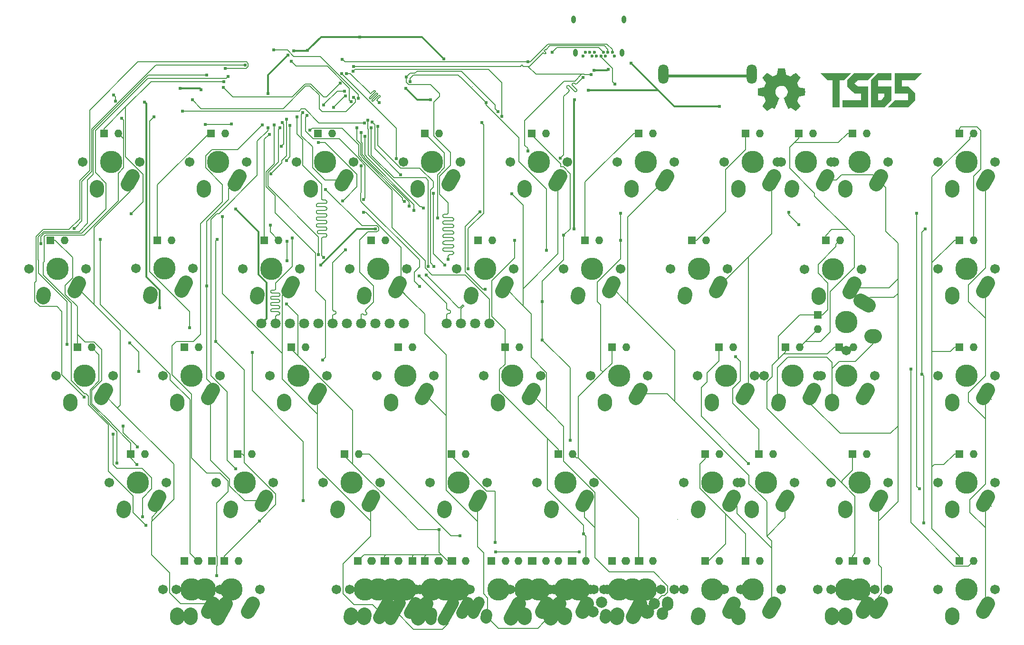
<source format=gbr>
G04 #@! TF.FileFunction,Copper,L1,Top,Signal*
%FSLAX46Y46*%
G04 Gerber Fmt 4.6, Leading zero omitted, Abs format (unit mm)*
G04 Created by KiCad (PCBNEW 4.0.1-stable) date 2/1/2016 10:06:34 PM*
%MOMM*%
G01*
G04 APERTURE LIST*
%ADD10C,0.150000*%
%ADD11C,0.010000*%
%ADD12C,0.002540*%
%ADD13C,3.987810*%
%ADD14C,1.701810*%
%ADD15C,2.500000*%
%ADD16C,2.000000*%
%ADD17O,1.400000X1.400000*%
%ADD18R,1.400000X1.400000*%
%ADD19C,2.100000*%
%ADD20C,2.200000*%
%ADD21O,2.000000X2.500000*%
%ADD22O,2.000000X2.200000*%
%ADD23C,1.800000*%
%ADD24O,1.800000X3.500000*%
%ADD25O,0.800000X1.400000*%
%ADD26C,0.600000*%
%ADD27C,2.000000*%
%ADD28C,2.500000*%
%ADD29C,2.300000*%
%ADD30C,0.609600*%
%ADD31C,0.152400*%
%ADD32C,0.304800*%
%ADD33C,0.508000*%
G04 APERTURE END LIST*
D10*
D11*
G36*
X161793760Y-29607320D02*
X161199465Y-30201680D01*
X160300240Y-30201680D01*
X160300240Y-34997200D01*
X159101360Y-34997200D01*
X159101360Y-30201680D01*
X158202134Y-30201680D01*
X157607840Y-29607320D01*
X157013545Y-29012960D01*
X162388054Y-29012960D01*
X161793760Y-29607320D01*
X161793760Y-29607320D01*
G37*
X161793760Y-29607320D02*
X161199465Y-30201680D01*
X160300240Y-30201680D01*
X160300240Y-34997200D01*
X159101360Y-34997200D01*
X159101360Y-30201680D01*
X158202134Y-30201680D01*
X157607840Y-29607320D01*
X157013545Y-29012960D01*
X162388054Y-29012960D01*
X161793760Y-29607320D01*
G36*
X166584134Y-29012960D02*
X165989840Y-29607320D01*
X165395545Y-30201680D01*
X163597032Y-30201680D01*
X163294835Y-30504002D01*
X162992638Y-30806325D01*
X163294961Y-31108522D01*
X163597284Y-31410720D01*
X165400560Y-31410720D01*
X165400560Y-34997200D01*
X160909840Y-34997200D01*
X160909840Y-33808480D01*
X164201680Y-33808480D01*
X164201680Y-32599440D01*
X163007815Y-32599440D01*
X161803919Y-31395416D01*
X161803920Y-30801055D01*
X161803920Y-30206695D01*
X162997784Y-29012959D01*
X164790959Y-29012959D01*
X166584134Y-29012960D01*
X166584134Y-29012960D01*
G37*
X166584134Y-29012960D02*
X165989840Y-29607320D01*
X165395545Y-30201680D01*
X163597032Y-30201680D01*
X163294835Y-30504002D01*
X162992638Y-30806325D01*
X163294961Y-31108522D01*
X163597284Y-31410720D01*
X165400560Y-31410720D01*
X165400560Y-34997200D01*
X160909840Y-34997200D01*
X160909840Y-33808480D01*
X164201680Y-33808480D01*
X164201680Y-32599440D01*
X163007815Y-32599440D01*
X161803919Y-31395416D01*
X161803920Y-30801055D01*
X161803920Y-30206695D01*
X162997784Y-29012959D01*
X164790959Y-29012959D01*
X166584134Y-29012960D01*
G36*
X169596640Y-29012960D02*
X169596640Y-30201680D01*
X167198880Y-30201680D01*
X167198880Y-31410720D01*
X169596640Y-31410720D01*
X169596640Y-33803464D01*
X168999707Y-34400332D01*
X168402775Y-34997200D01*
X166010160Y-34997200D01*
X166010160Y-32599440D01*
X167198880Y-32599440D01*
X167198880Y-33808480D01*
X167803275Y-33808480D01*
X168105597Y-33506283D01*
X168407920Y-33204087D01*
X168407920Y-32599440D01*
X167198880Y-32599440D01*
X166010160Y-32599440D01*
X166010160Y-30206695D01*
X167204024Y-29012959D01*
X168400332Y-29012959D01*
X169596640Y-29012960D01*
X169596640Y-29012960D01*
G37*
X169596640Y-29012960D02*
X169596640Y-30201680D01*
X167198880Y-30201680D01*
X167198880Y-31410720D01*
X169596640Y-31410720D01*
X169596640Y-33803464D01*
X168999707Y-34400332D01*
X168402775Y-34997200D01*
X166010160Y-34997200D01*
X166010160Y-32599440D01*
X167198880Y-32599440D01*
X167198880Y-33808480D01*
X167803275Y-33808480D01*
X168105597Y-33506283D01*
X168407920Y-33204087D01*
X168407920Y-32599440D01*
X167198880Y-32599440D01*
X166010160Y-32599440D01*
X166010160Y-30206695D01*
X167204024Y-29012959D01*
X168400332Y-29012959D01*
X169596640Y-29012960D01*
G36*
X174392160Y-29607320D02*
X173797865Y-30201680D01*
X171394960Y-30201680D01*
X171394960Y-31410720D01*
X172598984Y-31410720D01*
X173792720Y-32604584D01*
X173792720Y-33803464D01*
X173195787Y-34400332D01*
X172598855Y-34997200D01*
X169022665Y-34997200D01*
X169616960Y-34402840D01*
X170211254Y-33808480D01*
X172604000Y-33808480D01*
X172604000Y-32599440D01*
X170206240Y-32599440D01*
X170206240Y-29012960D01*
X174986454Y-29012960D01*
X174392160Y-29607320D01*
X174392160Y-29607320D01*
G37*
X174392160Y-29607320D02*
X173797865Y-30201680D01*
X171394960Y-30201680D01*
X171394960Y-31410720D01*
X172598984Y-31410720D01*
X173792720Y-32604584D01*
X173792720Y-33803464D01*
X173195787Y-34400332D01*
X172598855Y-34997200D01*
X169022665Y-34997200D01*
X169616960Y-34402840D01*
X170211254Y-33808480D01*
X172604000Y-33808480D01*
X172604000Y-32599440D01*
X170206240Y-32599440D01*
X170206240Y-29012960D01*
X174986454Y-29012960D01*
X174392160Y-29607320D01*
D12*
G36*
X154191000Y-32332740D02*
X154188460Y-32474980D01*
X154188460Y-32591820D01*
X154188460Y-32685800D01*
X154185920Y-32759460D01*
X154185920Y-32815340D01*
X154183380Y-32853440D01*
X154178300Y-32881380D01*
X154173220Y-32896620D01*
X154170680Y-32901700D01*
X154152900Y-32906780D01*
X154109720Y-32916940D01*
X154046220Y-32932180D01*
X153962400Y-32949960D01*
X153865880Y-32967740D01*
X153759200Y-32990600D01*
X153644900Y-33010920D01*
X153515360Y-33033780D01*
X153401060Y-33056640D01*
X153302000Y-33076960D01*
X153220720Y-33094740D01*
X153162300Y-33109980D01*
X153124200Y-33120140D01*
X153114040Y-33125220D01*
X153103880Y-33143000D01*
X153083560Y-33181100D01*
X153058160Y-33239520D01*
X153027680Y-33313180D01*
X152992120Y-33397000D01*
X152954020Y-33485900D01*
X152918460Y-33577340D01*
X152880360Y-33671320D01*
X152847340Y-33757680D01*
X152819400Y-33833880D01*
X152794000Y-33899920D01*
X152778760Y-33948180D01*
X152771140Y-33976120D01*
X152771140Y-33981200D01*
X152778760Y-33996440D01*
X152801620Y-34032000D01*
X152839720Y-34087880D01*
X152885440Y-34156460D01*
X152938780Y-34237740D01*
X153002280Y-34326640D01*
X153068320Y-34423160D01*
X153134360Y-34519680D01*
X153195320Y-34611120D01*
X153248660Y-34694940D01*
X153294380Y-34763520D01*
X153327400Y-34819400D01*
X153350260Y-34854960D01*
X153357880Y-34872740D01*
X153347720Y-34887980D01*
X153319780Y-34921000D01*
X153276600Y-34969260D01*
X153223260Y-35027680D01*
X153157220Y-35093720D01*
X153086100Y-35167380D01*
X153009900Y-35246120D01*
X152931160Y-35324860D01*
X152854960Y-35401060D01*
X152778760Y-35474720D01*
X152712720Y-35540760D01*
X152651760Y-35596640D01*
X152603500Y-35639820D01*
X152570480Y-35670300D01*
X152552700Y-35683000D01*
X152550160Y-35683000D01*
X152534920Y-35675380D01*
X152499360Y-35652520D01*
X152443480Y-35616960D01*
X152374900Y-35571240D01*
X152293620Y-35517900D01*
X152202180Y-35456940D01*
X152108200Y-35393440D01*
X152011680Y-35327400D01*
X151920240Y-35263900D01*
X151838960Y-35210560D01*
X151770380Y-35167380D01*
X151714500Y-35131820D01*
X151678940Y-35111500D01*
X151661160Y-35103880D01*
X151640840Y-35108960D01*
X151602740Y-35126740D01*
X151546860Y-35154680D01*
X151483360Y-35187700D01*
X151452880Y-35202940D01*
X151381760Y-35241040D01*
X151320800Y-35268980D01*
X151272540Y-35289300D01*
X151242060Y-35299460D01*
X151236980Y-35299460D01*
X151229360Y-35294380D01*
X151221740Y-35284220D01*
X151209040Y-35263900D01*
X151193800Y-35233420D01*
X151173480Y-35192780D01*
X151148080Y-35134360D01*
X151115060Y-35063240D01*
X151076960Y-34974340D01*
X151031240Y-34867660D01*
X150977900Y-34738120D01*
X150914400Y-34585720D01*
X150840740Y-34410460D01*
X150828040Y-34379980D01*
X150767080Y-34227580D01*
X150706120Y-34082800D01*
X150652780Y-33948180D01*
X150601980Y-33823720D01*
X150558800Y-33714500D01*
X150520700Y-33620520D01*
X150492760Y-33544320D01*
X150472440Y-33488440D01*
X150462280Y-33455420D01*
X150459740Y-33445260D01*
X150474980Y-33430020D01*
X150505460Y-33402080D01*
X150551180Y-33366520D01*
X150596900Y-33333500D01*
X150713740Y-33247140D01*
X150810260Y-33165860D01*
X150889000Y-33084580D01*
X150955040Y-32995680D01*
X151016000Y-32896620D01*
X151046480Y-32840740D01*
X151112520Y-32678180D01*
X151153160Y-32510540D01*
X151165860Y-32340360D01*
X151153160Y-32170180D01*
X151115060Y-32005080D01*
X151054100Y-31847600D01*
X150967740Y-31695200D01*
X150855980Y-31555500D01*
X150848360Y-31547880D01*
X150716280Y-31425960D01*
X150568960Y-31326900D01*
X150403860Y-31250700D01*
X150322580Y-31222760D01*
X150276860Y-31210060D01*
X150233680Y-31199900D01*
X150185420Y-31194820D01*
X150124460Y-31192280D01*
X150048260Y-31189740D01*
X150005080Y-31189740D01*
X149921260Y-31189740D01*
X149852680Y-31192280D01*
X149801880Y-31197360D01*
X149756160Y-31204980D01*
X149710440Y-31217680D01*
X149690120Y-31222760D01*
X149517400Y-31291340D01*
X149362460Y-31380240D01*
X149222760Y-31492000D01*
X149103380Y-31624080D01*
X149004320Y-31771400D01*
X148976380Y-31824740D01*
X148920500Y-31954280D01*
X148882400Y-32076200D01*
X148862080Y-32203200D01*
X148857000Y-32337820D01*
X148869700Y-32518160D01*
X148910340Y-32690880D01*
X148976380Y-32853440D01*
X149065280Y-33003300D01*
X149179580Y-33137920D01*
X149230380Y-33186180D01*
X149293880Y-33239520D01*
X149367540Y-33295400D01*
X149436120Y-33346200D01*
X149497080Y-33386840D01*
X149504700Y-33389380D01*
X149537720Y-33414780D01*
X149555500Y-33440180D01*
X149558040Y-33445260D01*
X149552960Y-33463040D01*
X149540260Y-33506220D01*
X149514860Y-33572260D01*
X149481840Y-33661160D01*
X149438660Y-33770380D01*
X149387860Y-33897380D01*
X149329440Y-34042160D01*
X149263400Y-34202180D01*
X149197360Y-34359660D01*
X149136400Y-34509520D01*
X149075440Y-34651760D01*
X149019560Y-34786380D01*
X148968760Y-34908300D01*
X148923040Y-35017520D01*
X148884940Y-35108960D01*
X148854460Y-35182620D01*
X148831600Y-35235960D01*
X148818900Y-35266440D01*
X148816360Y-35274060D01*
X148793500Y-35294380D01*
X148773180Y-35302000D01*
X148752860Y-35294380D01*
X148712220Y-35276600D01*
X148656340Y-35251200D01*
X148590300Y-35215640D01*
X148562360Y-35200400D01*
X148478540Y-35157220D01*
X148412500Y-35126740D01*
X148366780Y-35108960D01*
X148343920Y-35106420D01*
X148326140Y-35116580D01*
X148285500Y-35139440D01*
X148229620Y-35175000D01*
X148163580Y-35218180D01*
X148087380Y-35268980D01*
X148039120Y-35302000D01*
X147909580Y-35393440D01*
X147800360Y-35467100D01*
X147711460Y-35528060D01*
X147637800Y-35578860D01*
X147581920Y-35616960D01*
X147538740Y-35644900D01*
X147505720Y-35662680D01*
X147482860Y-35675380D01*
X147470160Y-35680460D01*
X147462540Y-35683000D01*
X147449840Y-35672840D01*
X147416820Y-35644900D01*
X147368560Y-35601720D01*
X147307600Y-35545840D01*
X147236480Y-35477260D01*
X147157740Y-35398520D01*
X147073920Y-35314700D01*
X147056140Y-35296920D01*
X146969780Y-35210560D01*
X146891040Y-35131820D01*
X146819920Y-35058160D01*
X146758960Y-34994660D01*
X146710700Y-34943860D01*
X146677680Y-34908300D01*
X146662440Y-34890520D01*
X146662440Y-34887980D01*
X146659900Y-34880360D01*
X146659900Y-34872740D01*
X146662440Y-34862580D01*
X146667520Y-34844800D01*
X146680220Y-34821940D01*
X146700540Y-34791460D01*
X146728480Y-34748280D01*
X146769120Y-34689860D01*
X146817380Y-34616200D01*
X146880880Y-34522220D01*
X146959620Y-34410460D01*
X146967240Y-34400300D01*
X147033280Y-34303780D01*
X147091700Y-34214880D01*
X147145040Y-34133600D01*
X147190760Y-34067560D01*
X147223780Y-34014220D01*
X147244100Y-33981200D01*
X147249180Y-33965960D01*
X147244100Y-33948180D01*
X147228860Y-33907540D01*
X147208540Y-33849120D01*
X147178060Y-33772920D01*
X147142500Y-33684020D01*
X147104400Y-33584960D01*
X147084080Y-33536700D01*
X147035820Y-33414780D01*
X146995180Y-33315720D01*
X146962160Y-33239520D01*
X146936760Y-33183640D01*
X146916440Y-33145540D01*
X146901200Y-33122680D01*
X146891040Y-33112520D01*
X146870720Y-33107440D01*
X146825000Y-33097280D01*
X146758960Y-33084580D01*
X146675140Y-33066800D01*
X146578620Y-33049020D01*
X146469400Y-33028700D01*
X146362720Y-33008380D01*
X146245880Y-32988060D01*
X146139200Y-32965200D01*
X146042680Y-32947420D01*
X145963940Y-32929640D01*
X145900440Y-32916940D01*
X145859800Y-32906780D01*
X145844560Y-32901700D01*
X145839480Y-32891540D01*
X145834400Y-32873760D01*
X145831860Y-32840740D01*
X145829320Y-32795020D01*
X145826780Y-32731520D01*
X145824240Y-32647700D01*
X145824240Y-32541020D01*
X145824240Y-32411480D01*
X145824240Y-32330200D01*
X145824240Y-31776480D01*
X145857260Y-31756160D01*
X145877580Y-31748540D01*
X145923300Y-31738380D01*
X145989340Y-31723140D01*
X146073160Y-31705360D01*
X146172220Y-31685040D01*
X146281440Y-31664720D01*
X146400820Y-31641860D01*
X146403360Y-31641860D01*
X146520200Y-31621540D01*
X146629420Y-31598680D01*
X146725940Y-31580900D01*
X146809760Y-31563120D01*
X146873260Y-31547880D01*
X146916440Y-31537720D01*
X146934220Y-31530100D01*
X146936760Y-31530100D01*
X146946920Y-31512320D01*
X146964700Y-31474220D01*
X146992640Y-31415800D01*
X147023120Y-31344680D01*
X147058680Y-31263400D01*
X147096780Y-31177040D01*
X147134880Y-31085600D01*
X147172980Y-30999240D01*
X147206000Y-30917960D01*
X147236480Y-30846840D01*
X147259340Y-30790960D01*
X147272040Y-30750320D01*
X147277120Y-30735080D01*
X147269500Y-30719840D01*
X147246640Y-30681740D01*
X147213620Y-30628400D01*
X147167900Y-30557280D01*
X147112020Y-30476000D01*
X147051060Y-30384560D01*
X146982480Y-30285500D01*
X146972320Y-30270260D01*
X146903740Y-30168660D01*
X146840240Y-30074680D01*
X146784360Y-29990860D01*
X146736100Y-29917200D01*
X146698000Y-29858780D01*
X146672600Y-29818140D01*
X146659900Y-29797820D01*
X146659900Y-29797820D01*
X146662440Y-29785120D01*
X146675140Y-29767340D01*
X146695460Y-29739400D01*
X146731020Y-29698760D01*
X146779280Y-29645420D01*
X146845320Y-29579380D01*
X146926600Y-29495560D01*
X147025660Y-29396500D01*
X147045980Y-29376180D01*
X147145040Y-29274580D01*
X147236480Y-29188220D01*
X147312680Y-29114560D01*
X147376180Y-29056140D01*
X147424440Y-29012960D01*
X147454920Y-28987560D01*
X147465080Y-28982480D01*
X147482860Y-28990100D01*
X147520960Y-29010420D01*
X147576840Y-29045980D01*
X147647960Y-29091700D01*
X147729240Y-29145040D01*
X147823220Y-29208540D01*
X147922280Y-29274580D01*
X147932440Y-29282200D01*
X148031500Y-29350780D01*
X148125480Y-29414280D01*
X148209300Y-29472700D01*
X148282960Y-29520960D01*
X148341380Y-29559060D01*
X148382020Y-29587000D01*
X148402340Y-29599700D01*
X148402340Y-29599700D01*
X148415040Y-29604780D01*
X148432820Y-29602240D01*
X148460760Y-29597160D01*
X148498860Y-29584460D01*
X148552200Y-29566680D01*
X148623320Y-29538740D01*
X148717300Y-29500640D01*
X148783340Y-29472700D01*
X148900180Y-29426980D01*
X148991620Y-29388880D01*
X149065280Y-29358400D01*
X149118620Y-29333000D01*
X149156720Y-29315220D01*
X149184660Y-29302520D01*
X149199900Y-29289820D01*
X149210060Y-29279660D01*
X149215140Y-29272040D01*
X149217680Y-29264420D01*
X149222760Y-29244100D01*
X149230380Y-29200920D01*
X149243080Y-29134880D01*
X149260860Y-29051060D01*
X149278640Y-28952000D01*
X149298960Y-28842780D01*
X149321820Y-28725940D01*
X149324360Y-28713240D01*
X149347220Y-28593860D01*
X149367540Y-28484640D01*
X149387860Y-28385580D01*
X149405640Y-28301760D01*
X149420880Y-28235720D01*
X149431040Y-28190000D01*
X149436120Y-28169680D01*
X149438660Y-28169680D01*
X149446280Y-28164600D01*
X149464060Y-28159520D01*
X149492000Y-28156980D01*
X149535180Y-28154440D01*
X149596140Y-28151900D01*
X149674880Y-28149360D01*
X149773940Y-28149360D01*
X149898400Y-28149360D01*
X150005080Y-28149360D01*
X150127000Y-28149360D01*
X150241300Y-28149360D01*
X150342900Y-28151900D01*
X150431800Y-28154440D01*
X150500380Y-28154440D01*
X150548640Y-28156980D01*
X150574040Y-28159520D01*
X150574040Y-28159520D01*
X150581660Y-28177300D01*
X150594360Y-28220480D01*
X150609600Y-28286520D01*
X150627380Y-28375420D01*
X150650240Y-28484640D01*
X150673100Y-28609100D01*
X150695960Y-28725940D01*
X150718820Y-28847860D01*
X150741680Y-28959620D01*
X150762000Y-29061220D01*
X150777240Y-29147580D01*
X150792480Y-29216160D01*
X150805180Y-29264420D01*
X150810260Y-29289820D01*
X150812800Y-29292360D01*
X150830580Y-29302520D01*
X150868680Y-29320300D01*
X150927100Y-29345700D01*
X150995680Y-29376180D01*
X151076960Y-29409200D01*
X151163320Y-29444760D01*
X151252220Y-29480320D01*
X151338580Y-29515880D01*
X151419860Y-29546360D01*
X151490980Y-29574300D01*
X151546860Y-29594620D01*
X151584960Y-29607320D01*
X151600200Y-29612400D01*
X151615440Y-29602240D01*
X151651000Y-29579380D01*
X151704340Y-29543820D01*
X151772920Y-29495560D01*
X151854200Y-29439680D01*
X151945640Y-29378720D01*
X152047240Y-29310140D01*
X152070100Y-29292360D01*
X152171700Y-29223780D01*
X152265680Y-29160280D01*
X152352040Y-29104400D01*
X152425700Y-29056140D01*
X152484120Y-29018040D01*
X152524760Y-28992640D01*
X152547620Y-28982480D01*
X152550160Y-28982480D01*
X152565400Y-28990100D01*
X152598420Y-29018040D01*
X152644140Y-29061220D01*
X152702560Y-29117100D01*
X152771140Y-29180600D01*
X152844800Y-29254260D01*
X152923540Y-29330460D01*
X152999740Y-29409200D01*
X153078480Y-29485400D01*
X153149600Y-29561600D01*
X153215640Y-29627640D01*
X153271520Y-29688600D01*
X153317240Y-29736860D01*
X153345180Y-29772420D01*
X153357880Y-29790200D01*
X153357880Y-29790200D01*
X153350260Y-29807980D01*
X153327400Y-29843540D01*
X153291840Y-29899420D01*
X153246120Y-29970540D01*
X153192780Y-30051820D01*
X153131820Y-30143260D01*
X153063240Y-30242320D01*
X153060700Y-30247400D01*
X152992120Y-30346460D01*
X152928620Y-30440440D01*
X152870200Y-30524260D01*
X152821940Y-30595380D01*
X152786380Y-30653800D01*
X152758440Y-30691900D01*
X152748280Y-30712220D01*
X152748280Y-30712220D01*
X152745740Y-30724920D01*
X152748280Y-30745240D01*
X152758440Y-30778260D01*
X152773680Y-30826520D01*
X152799080Y-30890020D01*
X152834640Y-30973840D01*
X152877820Y-31077980D01*
X152900680Y-31131320D01*
X152946400Y-31238000D01*
X152987040Y-31329440D01*
X153025140Y-31410720D01*
X153055620Y-31471680D01*
X153078480Y-31514860D01*
X153091180Y-31535180D01*
X153093720Y-31537720D01*
X153111500Y-31542800D01*
X153154680Y-31552960D01*
X153220720Y-31565660D01*
X153302000Y-31583440D01*
X153401060Y-31601220D01*
X153510280Y-31624080D01*
X153629660Y-31646940D01*
X153642360Y-31646940D01*
X153776980Y-31674880D01*
X153896360Y-31697740D01*
X153997960Y-31718060D01*
X154076700Y-31735840D01*
X154135120Y-31751080D01*
X154170680Y-31761240D01*
X154178300Y-31763780D01*
X154180840Y-31781560D01*
X154183380Y-31824740D01*
X154185920Y-31888240D01*
X154185920Y-31972060D01*
X154188460Y-32071120D01*
X154188460Y-32180340D01*
X154191000Y-32302260D01*
X154191000Y-32332740D01*
X154191000Y-32332740D01*
X154191000Y-32332740D01*
G37*
X154191000Y-32332740D02*
X154188460Y-32474980D01*
X154188460Y-32591820D01*
X154188460Y-32685800D01*
X154185920Y-32759460D01*
X154185920Y-32815340D01*
X154183380Y-32853440D01*
X154178300Y-32881380D01*
X154173220Y-32896620D01*
X154170680Y-32901700D01*
X154152900Y-32906780D01*
X154109720Y-32916940D01*
X154046220Y-32932180D01*
X153962400Y-32949960D01*
X153865880Y-32967740D01*
X153759200Y-32990600D01*
X153644900Y-33010920D01*
X153515360Y-33033780D01*
X153401060Y-33056640D01*
X153302000Y-33076960D01*
X153220720Y-33094740D01*
X153162300Y-33109980D01*
X153124200Y-33120140D01*
X153114040Y-33125220D01*
X153103880Y-33143000D01*
X153083560Y-33181100D01*
X153058160Y-33239520D01*
X153027680Y-33313180D01*
X152992120Y-33397000D01*
X152954020Y-33485900D01*
X152918460Y-33577340D01*
X152880360Y-33671320D01*
X152847340Y-33757680D01*
X152819400Y-33833880D01*
X152794000Y-33899920D01*
X152778760Y-33948180D01*
X152771140Y-33976120D01*
X152771140Y-33981200D01*
X152778760Y-33996440D01*
X152801620Y-34032000D01*
X152839720Y-34087880D01*
X152885440Y-34156460D01*
X152938780Y-34237740D01*
X153002280Y-34326640D01*
X153068320Y-34423160D01*
X153134360Y-34519680D01*
X153195320Y-34611120D01*
X153248660Y-34694940D01*
X153294380Y-34763520D01*
X153327400Y-34819400D01*
X153350260Y-34854960D01*
X153357880Y-34872740D01*
X153347720Y-34887980D01*
X153319780Y-34921000D01*
X153276600Y-34969260D01*
X153223260Y-35027680D01*
X153157220Y-35093720D01*
X153086100Y-35167380D01*
X153009900Y-35246120D01*
X152931160Y-35324860D01*
X152854960Y-35401060D01*
X152778760Y-35474720D01*
X152712720Y-35540760D01*
X152651760Y-35596640D01*
X152603500Y-35639820D01*
X152570480Y-35670300D01*
X152552700Y-35683000D01*
X152550160Y-35683000D01*
X152534920Y-35675380D01*
X152499360Y-35652520D01*
X152443480Y-35616960D01*
X152374900Y-35571240D01*
X152293620Y-35517900D01*
X152202180Y-35456940D01*
X152108200Y-35393440D01*
X152011680Y-35327400D01*
X151920240Y-35263900D01*
X151838960Y-35210560D01*
X151770380Y-35167380D01*
X151714500Y-35131820D01*
X151678940Y-35111500D01*
X151661160Y-35103880D01*
X151640840Y-35108960D01*
X151602740Y-35126740D01*
X151546860Y-35154680D01*
X151483360Y-35187700D01*
X151452880Y-35202940D01*
X151381760Y-35241040D01*
X151320800Y-35268980D01*
X151272540Y-35289300D01*
X151242060Y-35299460D01*
X151236980Y-35299460D01*
X151229360Y-35294380D01*
X151221740Y-35284220D01*
X151209040Y-35263900D01*
X151193800Y-35233420D01*
X151173480Y-35192780D01*
X151148080Y-35134360D01*
X151115060Y-35063240D01*
X151076960Y-34974340D01*
X151031240Y-34867660D01*
X150977900Y-34738120D01*
X150914400Y-34585720D01*
X150840740Y-34410460D01*
X150828040Y-34379980D01*
X150767080Y-34227580D01*
X150706120Y-34082800D01*
X150652780Y-33948180D01*
X150601980Y-33823720D01*
X150558800Y-33714500D01*
X150520700Y-33620520D01*
X150492760Y-33544320D01*
X150472440Y-33488440D01*
X150462280Y-33455420D01*
X150459740Y-33445260D01*
X150474980Y-33430020D01*
X150505460Y-33402080D01*
X150551180Y-33366520D01*
X150596900Y-33333500D01*
X150713740Y-33247140D01*
X150810260Y-33165860D01*
X150889000Y-33084580D01*
X150955040Y-32995680D01*
X151016000Y-32896620D01*
X151046480Y-32840740D01*
X151112520Y-32678180D01*
X151153160Y-32510540D01*
X151165860Y-32340360D01*
X151153160Y-32170180D01*
X151115060Y-32005080D01*
X151054100Y-31847600D01*
X150967740Y-31695200D01*
X150855980Y-31555500D01*
X150848360Y-31547880D01*
X150716280Y-31425960D01*
X150568960Y-31326900D01*
X150403860Y-31250700D01*
X150322580Y-31222760D01*
X150276860Y-31210060D01*
X150233680Y-31199900D01*
X150185420Y-31194820D01*
X150124460Y-31192280D01*
X150048260Y-31189740D01*
X150005080Y-31189740D01*
X149921260Y-31189740D01*
X149852680Y-31192280D01*
X149801880Y-31197360D01*
X149756160Y-31204980D01*
X149710440Y-31217680D01*
X149690120Y-31222760D01*
X149517400Y-31291340D01*
X149362460Y-31380240D01*
X149222760Y-31492000D01*
X149103380Y-31624080D01*
X149004320Y-31771400D01*
X148976380Y-31824740D01*
X148920500Y-31954280D01*
X148882400Y-32076200D01*
X148862080Y-32203200D01*
X148857000Y-32337820D01*
X148869700Y-32518160D01*
X148910340Y-32690880D01*
X148976380Y-32853440D01*
X149065280Y-33003300D01*
X149179580Y-33137920D01*
X149230380Y-33186180D01*
X149293880Y-33239520D01*
X149367540Y-33295400D01*
X149436120Y-33346200D01*
X149497080Y-33386840D01*
X149504700Y-33389380D01*
X149537720Y-33414780D01*
X149555500Y-33440180D01*
X149558040Y-33445260D01*
X149552960Y-33463040D01*
X149540260Y-33506220D01*
X149514860Y-33572260D01*
X149481840Y-33661160D01*
X149438660Y-33770380D01*
X149387860Y-33897380D01*
X149329440Y-34042160D01*
X149263400Y-34202180D01*
X149197360Y-34359660D01*
X149136400Y-34509520D01*
X149075440Y-34651760D01*
X149019560Y-34786380D01*
X148968760Y-34908300D01*
X148923040Y-35017520D01*
X148884940Y-35108960D01*
X148854460Y-35182620D01*
X148831600Y-35235960D01*
X148818900Y-35266440D01*
X148816360Y-35274060D01*
X148793500Y-35294380D01*
X148773180Y-35302000D01*
X148752860Y-35294380D01*
X148712220Y-35276600D01*
X148656340Y-35251200D01*
X148590300Y-35215640D01*
X148562360Y-35200400D01*
X148478540Y-35157220D01*
X148412500Y-35126740D01*
X148366780Y-35108960D01*
X148343920Y-35106420D01*
X148326140Y-35116580D01*
X148285500Y-35139440D01*
X148229620Y-35175000D01*
X148163580Y-35218180D01*
X148087380Y-35268980D01*
X148039120Y-35302000D01*
X147909580Y-35393440D01*
X147800360Y-35467100D01*
X147711460Y-35528060D01*
X147637800Y-35578860D01*
X147581920Y-35616960D01*
X147538740Y-35644900D01*
X147505720Y-35662680D01*
X147482860Y-35675380D01*
X147470160Y-35680460D01*
X147462540Y-35683000D01*
X147449840Y-35672840D01*
X147416820Y-35644900D01*
X147368560Y-35601720D01*
X147307600Y-35545840D01*
X147236480Y-35477260D01*
X147157740Y-35398520D01*
X147073920Y-35314700D01*
X147056140Y-35296920D01*
X146969780Y-35210560D01*
X146891040Y-35131820D01*
X146819920Y-35058160D01*
X146758960Y-34994660D01*
X146710700Y-34943860D01*
X146677680Y-34908300D01*
X146662440Y-34890520D01*
X146662440Y-34887980D01*
X146659900Y-34880360D01*
X146659900Y-34872740D01*
X146662440Y-34862580D01*
X146667520Y-34844800D01*
X146680220Y-34821940D01*
X146700540Y-34791460D01*
X146728480Y-34748280D01*
X146769120Y-34689860D01*
X146817380Y-34616200D01*
X146880880Y-34522220D01*
X146959620Y-34410460D01*
X146967240Y-34400300D01*
X147033280Y-34303780D01*
X147091700Y-34214880D01*
X147145040Y-34133600D01*
X147190760Y-34067560D01*
X147223780Y-34014220D01*
X147244100Y-33981200D01*
X147249180Y-33965960D01*
X147244100Y-33948180D01*
X147228860Y-33907540D01*
X147208540Y-33849120D01*
X147178060Y-33772920D01*
X147142500Y-33684020D01*
X147104400Y-33584960D01*
X147084080Y-33536700D01*
X147035820Y-33414780D01*
X146995180Y-33315720D01*
X146962160Y-33239520D01*
X146936760Y-33183640D01*
X146916440Y-33145540D01*
X146901200Y-33122680D01*
X146891040Y-33112520D01*
X146870720Y-33107440D01*
X146825000Y-33097280D01*
X146758960Y-33084580D01*
X146675140Y-33066800D01*
X146578620Y-33049020D01*
X146469400Y-33028700D01*
X146362720Y-33008380D01*
X146245880Y-32988060D01*
X146139200Y-32965200D01*
X146042680Y-32947420D01*
X145963940Y-32929640D01*
X145900440Y-32916940D01*
X145859800Y-32906780D01*
X145844560Y-32901700D01*
X145839480Y-32891540D01*
X145834400Y-32873760D01*
X145831860Y-32840740D01*
X145829320Y-32795020D01*
X145826780Y-32731520D01*
X145824240Y-32647700D01*
X145824240Y-32541020D01*
X145824240Y-32411480D01*
X145824240Y-32330200D01*
X145824240Y-31776480D01*
X145857260Y-31756160D01*
X145877580Y-31748540D01*
X145923300Y-31738380D01*
X145989340Y-31723140D01*
X146073160Y-31705360D01*
X146172220Y-31685040D01*
X146281440Y-31664720D01*
X146400820Y-31641860D01*
X146403360Y-31641860D01*
X146520200Y-31621540D01*
X146629420Y-31598680D01*
X146725940Y-31580900D01*
X146809760Y-31563120D01*
X146873260Y-31547880D01*
X146916440Y-31537720D01*
X146934220Y-31530100D01*
X146936760Y-31530100D01*
X146946920Y-31512320D01*
X146964700Y-31474220D01*
X146992640Y-31415800D01*
X147023120Y-31344680D01*
X147058680Y-31263400D01*
X147096780Y-31177040D01*
X147134880Y-31085600D01*
X147172980Y-30999240D01*
X147206000Y-30917960D01*
X147236480Y-30846840D01*
X147259340Y-30790960D01*
X147272040Y-30750320D01*
X147277120Y-30735080D01*
X147269500Y-30719840D01*
X147246640Y-30681740D01*
X147213620Y-30628400D01*
X147167900Y-30557280D01*
X147112020Y-30476000D01*
X147051060Y-30384560D01*
X146982480Y-30285500D01*
X146972320Y-30270260D01*
X146903740Y-30168660D01*
X146840240Y-30074680D01*
X146784360Y-29990860D01*
X146736100Y-29917200D01*
X146698000Y-29858780D01*
X146672600Y-29818140D01*
X146659900Y-29797820D01*
X146659900Y-29797820D01*
X146662440Y-29785120D01*
X146675140Y-29767340D01*
X146695460Y-29739400D01*
X146731020Y-29698760D01*
X146779280Y-29645420D01*
X146845320Y-29579380D01*
X146926600Y-29495560D01*
X147025660Y-29396500D01*
X147045980Y-29376180D01*
X147145040Y-29274580D01*
X147236480Y-29188220D01*
X147312680Y-29114560D01*
X147376180Y-29056140D01*
X147424440Y-29012960D01*
X147454920Y-28987560D01*
X147465080Y-28982480D01*
X147482860Y-28990100D01*
X147520960Y-29010420D01*
X147576840Y-29045980D01*
X147647960Y-29091700D01*
X147729240Y-29145040D01*
X147823220Y-29208540D01*
X147922280Y-29274580D01*
X147932440Y-29282200D01*
X148031500Y-29350780D01*
X148125480Y-29414280D01*
X148209300Y-29472700D01*
X148282960Y-29520960D01*
X148341380Y-29559060D01*
X148382020Y-29587000D01*
X148402340Y-29599700D01*
X148402340Y-29599700D01*
X148415040Y-29604780D01*
X148432820Y-29602240D01*
X148460760Y-29597160D01*
X148498860Y-29584460D01*
X148552200Y-29566680D01*
X148623320Y-29538740D01*
X148717300Y-29500640D01*
X148783340Y-29472700D01*
X148900180Y-29426980D01*
X148991620Y-29388880D01*
X149065280Y-29358400D01*
X149118620Y-29333000D01*
X149156720Y-29315220D01*
X149184660Y-29302520D01*
X149199900Y-29289820D01*
X149210060Y-29279660D01*
X149215140Y-29272040D01*
X149217680Y-29264420D01*
X149222760Y-29244100D01*
X149230380Y-29200920D01*
X149243080Y-29134880D01*
X149260860Y-29051060D01*
X149278640Y-28952000D01*
X149298960Y-28842780D01*
X149321820Y-28725940D01*
X149324360Y-28713240D01*
X149347220Y-28593860D01*
X149367540Y-28484640D01*
X149387860Y-28385580D01*
X149405640Y-28301760D01*
X149420880Y-28235720D01*
X149431040Y-28190000D01*
X149436120Y-28169680D01*
X149438660Y-28169680D01*
X149446280Y-28164600D01*
X149464060Y-28159520D01*
X149492000Y-28156980D01*
X149535180Y-28154440D01*
X149596140Y-28151900D01*
X149674880Y-28149360D01*
X149773940Y-28149360D01*
X149898400Y-28149360D01*
X150005080Y-28149360D01*
X150127000Y-28149360D01*
X150241300Y-28149360D01*
X150342900Y-28151900D01*
X150431800Y-28154440D01*
X150500380Y-28154440D01*
X150548640Y-28156980D01*
X150574040Y-28159520D01*
X150574040Y-28159520D01*
X150581660Y-28177300D01*
X150594360Y-28220480D01*
X150609600Y-28286520D01*
X150627380Y-28375420D01*
X150650240Y-28484640D01*
X150673100Y-28609100D01*
X150695960Y-28725940D01*
X150718820Y-28847860D01*
X150741680Y-28959620D01*
X150762000Y-29061220D01*
X150777240Y-29147580D01*
X150792480Y-29216160D01*
X150805180Y-29264420D01*
X150810260Y-29289820D01*
X150812800Y-29292360D01*
X150830580Y-29302520D01*
X150868680Y-29320300D01*
X150927100Y-29345700D01*
X150995680Y-29376180D01*
X151076960Y-29409200D01*
X151163320Y-29444760D01*
X151252220Y-29480320D01*
X151338580Y-29515880D01*
X151419860Y-29546360D01*
X151490980Y-29574300D01*
X151546860Y-29594620D01*
X151584960Y-29607320D01*
X151600200Y-29612400D01*
X151615440Y-29602240D01*
X151651000Y-29579380D01*
X151704340Y-29543820D01*
X151772920Y-29495560D01*
X151854200Y-29439680D01*
X151945640Y-29378720D01*
X152047240Y-29310140D01*
X152070100Y-29292360D01*
X152171700Y-29223780D01*
X152265680Y-29160280D01*
X152352040Y-29104400D01*
X152425700Y-29056140D01*
X152484120Y-29018040D01*
X152524760Y-28992640D01*
X152547620Y-28982480D01*
X152550160Y-28982480D01*
X152565400Y-28990100D01*
X152598420Y-29018040D01*
X152644140Y-29061220D01*
X152702560Y-29117100D01*
X152771140Y-29180600D01*
X152844800Y-29254260D01*
X152923540Y-29330460D01*
X152999740Y-29409200D01*
X153078480Y-29485400D01*
X153149600Y-29561600D01*
X153215640Y-29627640D01*
X153271520Y-29688600D01*
X153317240Y-29736860D01*
X153345180Y-29772420D01*
X153357880Y-29790200D01*
X153357880Y-29790200D01*
X153350260Y-29807980D01*
X153327400Y-29843540D01*
X153291840Y-29899420D01*
X153246120Y-29970540D01*
X153192780Y-30051820D01*
X153131820Y-30143260D01*
X153063240Y-30242320D01*
X153060700Y-30247400D01*
X152992120Y-30346460D01*
X152928620Y-30440440D01*
X152870200Y-30524260D01*
X152821940Y-30595380D01*
X152786380Y-30653800D01*
X152758440Y-30691900D01*
X152748280Y-30712220D01*
X152748280Y-30712220D01*
X152745740Y-30724920D01*
X152748280Y-30745240D01*
X152758440Y-30778260D01*
X152773680Y-30826520D01*
X152799080Y-30890020D01*
X152834640Y-30973840D01*
X152877820Y-31077980D01*
X152900680Y-31131320D01*
X152946400Y-31238000D01*
X152987040Y-31329440D01*
X153025140Y-31410720D01*
X153055620Y-31471680D01*
X153078480Y-31514860D01*
X153091180Y-31535180D01*
X153093720Y-31537720D01*
X153111500Y-31542800D01*
X153154680Y-31552960D01*
X153220720Y-31565660D01*
X153302000Y-31583440D01*
X153401060Y-31601220D01*
X153510280Y-31624080D01*
X153629660Y-31646940D01*
X153642360Y-31646940D01*
X153776980Y-31674880D01*
X153896360Y-31697740D01*
X153997960Y-31718060D01*
X154076700Y-31735840D01*
X154135120Y-31751080D01*
X154170680Y-31761240D01*
X154178300Y-31763780D01*
X154180840Y-31781560D01*
X154183380Y-31824740D01*
X154185920Y-31888240D01*
X154185920Y-31972060D01*
X154188460Y-32071120D01*
X154188460Y-32180340D01*
X154191000Y-32302260D01*
X154191000Y-32332740D01*
X154191000Y-32332740D01*
D13*
X104426000Y-121031000D03*
D14*
X109506000Y-121031000D03*
D15*
X107425547Y-125030954D02*
X108236453Y-123571046D01*
D13*
X99663000Y-121031000D03*
D14*
X94583000Y-121031000D03*
D15*
X101827641Y-126211294D02*
X103284359Y-123588706D01*
D16*
X97423276Y-126110328D02*
X97462724Y-125531672D01*
D13*
X111570000Y-121031000D03*
D14*
X116650000Y-121031000D03*
D15*
X114569547Y-125030954D02*
X115380453Y-123571046D01*
D13*
X44895000Y-121031000D03*
D14*
X49975000Y-121031000D03*
X39815000Y-121031000D03*
D15*
X47894547Y-125030954D02*
X48705453Y-123571046D01*
X42355276Y-126110328D02*
X42394724Y-125531672D01*
D17*
X77121000Y-115951000D03*
D18*
X74581000Y-115951000D03*
D17*
X76962000Y-115951000D03*
D18*
X79502000Y-115951000D03*
D17*
X81725000Y-115951000D03*
D18*
X84265000Y-115951000D03*
D17*
X46165000Y-115951000D03*
D18*
X43625000Y-115951000D03*
D13*
X87757000Y-121031000D03*
D19*
X89836526Y-126386134D02*
X91487474Y-123413866D01*
D13*
X78232000Y-121031000D03*
D14*
X73152000Y-121031000D03*
D20*
X80435805Y-126342424D02*
X82038195Y-123457576D01*
D15*
X75692276Y-126110328D02*
X75731724Y-125531672D01*
D13*
X92519000Y-121031000D03*
D16*
X95097154Y-125249503D02*
X96150846Y-123352497D01*
D17*
X100933000Y-115951000D03*
D18*
X98393000Y-115951000D03*
D17*
X122364000Y-115951000D03*
D18*
X119824000Y-115951000D03*
D17*
X122206000Y-115951000D03*
D18*
X124746000Y-115951000D03*
D13*
X125857000Y-121031000D03*
D14*
X130937000Y-121031000D03*
D21*
X129775000Y-123571000D03*
D22*
X128800000Y-125400000D03*
D13*
X121094000Y-121031000D03*
D14*
X116014000Y-121031000D03*
D15*
X123550760Y-125967052D02*
X124847240Y-123632948D01*
D16*
X118680276Y-126110328D02*
X118719724Y-125531672D01*
D17*
X139033000Y-115951000D03*
D18*
X136493000Y-115951000D03*
D13*
X137763000Y-121031000D03*
D14*
X142843000Y-121031000D03*
X132683000Y-121031000D03*
D15*
X140762547Y-125030954D02*
X141573453Y-123571046D01*
X135223276Y-126110328D02*
X135262724Y-125531672D01*
D17*
X160306000Y-115951000D03*
D18*
X162846000Y-115951000D03*
D13*
X161576000Y-121031000D03*
D14*
X166656000Y-121031000D03*
X156496000Y-121031000D03*
D15*
X164575547Y-125030954D02*
X165386453Y-123571046D01*
X159036276Y-126110328D02*
X159075724Y-125531672D01*
D13*
X52038000Y-121031000D03*
D14*
X57118000Y-121031000D03*
D15*
X55037547Y-125030954D02*
X55848453Y-123571046D01*
D13*
X106807000Y-121031000D03*
D14*
X101727000Y-121031000D03*
D15*
X108971641Y-126211294D02*
X110428359Y-123588706D01*
X104267276Y-126110328D02*
X104306724Y-125531672D01*
D13*
X106807000Y-44831000D03*
D14*
X111887000Y-44831000D03*
X101727000Y-44831000D03*
D15*
X109806547Y-48830954D02*
X110617453Y-47371046D01*
X104267276Y-49910328D02*
X104306724Y-49331672D01*
D13*
X78232000Y-63881000D03*
D14*
X83312000Y-63881000D03*
X73152000Y-63881000D03*
D15*
X81231547Y-67880954D02*
X82042453Y-66421046D01*
X75692276Y-68960328D02*
X75731724Y-68381672D01*
D13*
X90138000Y-121031000D03*
D14*
X85058000Y-121031000D03*
D19*
X93140432Y-125205793D02*
X94145568Y-123396207D01*
D16*
X87581272Y-126359750D02*
X87654728Y-125282250D01*
D13*
X21082000Y-63881000D03*
D14*
X26162000Y-63881000D03*
X16002000Y-63881000D03*
D15*
X24081547Y-67880954D02*
X24892453Y-66421046D01*
X18542276Y-68960328D02*
X18581724Y-68381672D01*
D13*
X87757000Y-44831000D03*
D14*
X92837000Y-44831000D03*
X82677000Y-44831000D03*
D15*
X90756547Y-48830954D02*
X91567453Y-47371046D01*
X85217276Y-49910328D02*
X85256724Y-49331672D01*
D13*
X125857000Y-44831000D03*
D14*
X130937000Y-44831000D03*
X120777000Y-44831000D03*
D15*
X128856547Y-48830954D02*
X129667453Y-47371046D01*
X123317276Y-49910328D02*
X123356724Y-49331672D01*
D17*
X184277000Y-58801000D03*
D18*
X181737000Y-58801000D03*
D13*
X163957000Y-101981000D03*
D14*
X169037000Y-101981000D03*
X158877000Y-101981000D03*
D15*
X166956547Y-105980954D02*
X167767453Y-104521046D01*
X161417276Y-107060328D02*
X161456724Y-106481672D01*
D13*
X137763000Y-101981000D03*
D14*
X142843000Y-101981000D03*
X132683000Y-101981000D03*
D15*
X140762547Y-105980954D02*
X141573453Y-104521046D01*
X135223276Y-107060328D02*
X135262724Y-106481672D01*
D13*
X111570000Y-101981000D03*
D14*
X116650000Y-101981000D03*
X106490000Y-101981000D03*
D15*
X114569547Y-105980954D02*
X115380453Y-104521046D01*
X109030276Y-107060328D02*
X109069724Y-106481672D01*
D13*
X54420000Y-101981000D03*
D14*
X59500000Y-101981000D03*
X49340000Y-101981000D03*
D15*
X57419547Y-105980954D02*
X58230453Y-104521046D01*
X51880276Y-107060328D02*
X51919724Y-106481672D01*
D13*
X35370000Y-101981000D03*
D14*
X40450000Y-101981000D03*
X30290000Y-101981000D03*
D15*
X38369547Y-105980954D02*
X39180453Y-104521046D01*
X32830276Y-107060328D02*
X32869724Y-106481672D01*
D13*
X73469000Y-101981000D03*
D14*
X78549000Y-101981000D03*
X68389000Y-101981000D03*
D15*
X76468547Y-105980954D02*
X77279453Y-104521046D01*
X70929276Y-107060328D02*
X70968724Y-106481672D01*
D13*
X92519000Y-101981000D03*
D14*
X97599000Y-101981000D03*
X87439000Y-101981000D03*
D15*
X95518547Y-105980954D02*
X96329453Y-104521046D01*
X89979276Y-107060328D02*
X90018724Y-106481672D01*
D13*
X44895000Y-82931000D03*
D14*
X49975000Y-82931000D03*
X39815000Y-82931000D03*
D15*
X47894547Y-86930954D02*
X48705453Y-85471046D01*
X42355276Y-88010328D02*
X42394724Y-87431672D01*
D13*
X63945000Y-82931000D03*
D14*
X69025000Y-82931000D03*
X58865000Y-82931000D03*
D15*
X66944547Y-86930954D02*
X67755453Y-85471046D01*
X61405276Y-88010328D02*
X61444724Y-87431672D01*
D13*
X82995000Y-82931000D03*
D14*
X88075000Y-82931000D03*
X77915000Y-82931000D03*
D15*
X85994547Y-86930954D02*
X86805453Y-85471046D01*
X80455276Y-88010328D02*
X80494724Y-87431672D01*
D13*
X121094000Y-82931000D03*
D14*
X126174000Y-82931000D03*
X116014000Y-82931000D03*
D15*
X124093547Y-86930954D02*
X124904453Y-85471046D01*
X118554276Y-88010328D02*
X118593724Y-87431672D01*
D13*
X59182000Y-63881000D03*
D14*
X64262000Y-63881000D03*
X54102000Y-63881000D03*
D15*
X62181547Y-67880954D02*
X62992453Y-66421046D01*
X56642276Y-68960328D02*
X56681724Y-68381672D01*
D13*
X97282000Y-63881000D03*
D14*
X102362000Y-63881000D03*
X92202000Y-63881000D03*
D15*
X100281547Y-67880954D02*
X101092453Y-66421046D01*
X94742276Y-68960328D02*
X94781724Y-68381672D01*
D13*
X144907000Y-44831000D03*
D14*
X149987000Y-44831000D03*
X139827000Y-44831000D03*
D15*
X147906547Y-48830954D02*
X148717453Y-47371046D01*
X142367276Y-49910328D02*
X142406724Y-49331672D01*
D13*
X116332000Y-63881000D03*
D14*
X121412000Y-63881000D03*
X111252000Y-63881000D03*
D15*
X119331547Y-67880954D02*
X120142453Y-66421046D01*
X113792276Y-68960328D02*
X113831724Y-68381672D01*
D13*
X30607000Y-44831000D03*
D14*
X35687000Y-44831000D03*
X25527000Y-44831000D03*
D15*
X33606547Y-48830954D02*
X34417453Y-47371046D01*
X28067276Y-49910328D02*
X28106724Y-49331672D01*
D13*
X49657000Y-44831000D03*
D14*
X54737000Y-44831000D03*
X44577000Y-44831000D03*
D15*
X52656547Y-48830954D02*
X53467453Y-47371046D01*
X47117276Y-49910328D02*
X47156724Y-49331672D01*
D13*
X68707000Y-44831000D03*
D14*
X73787000Y-44831000D03*
X63627000Y-44831000D03*
D15*
X71706547Y-48830954D02*
X72517453Y-47371046D01*
X66167276Y-49910328D02*
X66206724Y-49331672D01*
D17*
X122364000Y-77851000D03*
D18*
X119824000Y-77851000D03*
D17*
X65215000Y-77851000D03*
D18*
X62675000Y-77851000D03*
D17*
X136652000Y-58801000D03*
D18*
X134112000Y-58801000D03*
D17*
X79502000Y-58801000D03*
D18*
X76962000Y-58801000D03*
D17*
X146177000Y-39751000D03*
D18*
X143637000Y-39751000D03*
D17*
X89027000Y-39751000D03*
D18*
X86487000Y-39751000D03*
D17*
X165227000Y-115951000D03*
D18*
X162687000Y-115951000D03*
D17*
X74739000Y-96901000D03*
D18*
X72199000Y-96901000D03*
D17*
X139033000Y-96901000D03*
D18*
X136493000Y-96901000D03*
D17*
X146177000Y-115951000D03*
D18*
X143637000Y-115951000D03*
D17*
X115221000Y-115951000D03*
D18*
X112681000Y-115951000D03*
D17*
X127127000Y-39751000D03*
D18*
X124587000Y-39751000D03*
D17*
X184277000Y-115951000D03*
D18*
X181737000Y-115951000D03*
D17*
X117602000Y-58801000D03*
D18*
X115062000Y-58801000D03*
D17*
X103315000Y-77851000D03*
D18*
X100775000Y-77851000D03*
D17*
X55690000Y-96901000D03*
D18*
X53150000Y-96901000D03*
D17*
X184277000Y-77851000D03*
D18*
X181737000Y-77851000D03*
D17*
X112840000Y-96901000D03*
D18*
X110300000Y-96901000D03*
D17*
X50927000Y-39751000D03*
D18*
X48387000Y-39751000D03*
D17*
X184277000Y-96901000D03*
D18*
X181737000Y-96901000D03*
D17*
X127127000Y-115951000D03*
D18*
X124587000Y-115951000D03*
D17*
X41402000Y-58801000D03*
D18*
X38862000Y-58801000D03*
D17*
X184277000Y-39751000D03*
D18*
X181737000Y-39751000D03*
D17*
X27114000Y-77851000D03*
D18*
X24574000Y-77851000D03*
D17*
X165227000Y-39751000D03*
D18*
X162687000Y-39751000D03*
D17*
X36640000Y-96901000D03*
D18*
X34100000Y-96901000D03*
D17*
X160464000Y-58801000D03*
D18*
X157924000Y-58801000D03*
D17*
X93789000Y-96901000D03*
D18*
X91249000Y-96901000D03*
D17*
X165227000Y-96901000D03*
D18*
X162687000Y-96901000D03*
D13*
X102045000Y-82931000D03*
D14*
X107125000Y-82931000D03*
X96965000Y-82931000D03*
D15*
X105044547Y-86930954D02*
X105855453Y-85471046D01*
X99505276Y-88010328D02*
X99544724Y-87431672D01*
D13*
X40132000Y-63811000D03*
D14*
X45212000Y-63811000D03*
X35052000Y-63811000D03*
D15*
X43131547Y-67810954D02*
X43942453Y-66351046D01*
X37592276Y-68890328D02*
X37631724Y-68311672D01*
D17*
X84265000Y-77851000D03*
D18*
X81725000Y-77851000D03*
D23*
X57404000Y-73660000D03*
X59944000Y-73660000D03*
X62484000Y-73660000D03*
X65024000Y-73660000D03*
X67564000Y-73660000D03*
X70104000Y-73660000D03*
X72644000Y-73660000D03*
X75184000Y-73660000D03*
X77724000Y-73660000D03*
X80264000Y-73660000D03*
X82804000Y-73660000D03*
X90424000Y-73660000D03*
X92964000Y-73660000D03*
X95504000Y-73660000D03*
X98044000Y-73660000D03*
D13*
X135382000Y-63881000D03*
D14*
X140462000Y-63881000D03*
X130302000Y-63881000D03*
D15*
X138381547Y-67880954D02*
X139192453Y-66421046D01*
X132842276Y-68960328D02*
X132881724Y-68381672D01*
D13*
X183007000Y-101981000D03*
D14*
X188087000Y-101981000D03*
X177927000Y-101981000D03*
D15*
X186006547Y-105980954D02*
X186817453Y-104521046D01*
X180467276Y-107060328D02*
X180506724Y-106481672D01*
D13*
X183007000Y-44831000D03*
D14*
X188087000Y-44831000D03*
X177927000Y-44831000D03*
D15*
X186006547Y-48830954D02*
X186817453Y-47371046D01*
X180467276Y-49910328D02*
X180506724Y-49331672D01*
D13*
X163957000Y-44831000D03*
D14*
X169037000Y-44831000D03*
X158877000Y-44831000D03*
D15*
X166956547Y-48830954D02*
X167767453Y-47371046D01*
X161417276Y-49910328D02*
X161456724Y-49331672D01*
D13*
X183007000Y-63881000D03*
D14*
X188087000Y-63881000D03*
X177927000Y-63881000D03*
D15*
X186006547Y-67880954D02*
X186817453Y-66421046D01*
X180467276Y-68960328D02*
X180506724Y-68381672D01*
D13*
X159194000Y-64008000D03*
D14*
X164274000Y-64008000D03*
X154114000Y-64008000D03*
D15*
X162193547Y-68007954D02*
X163004453Y-66548046D01*
X156654276Y-69087328D02*
X156693724Y-68508672D01*
D13*
X183007000Y-82931000D03*
D14*
X188087000Y-82931000D03*
X177927000Y-82931000D03*
D15*
X186006547Y-86930954D02*
X186817453Y-85471046D01*
X180467276Y-88010328D02*
X180506724Y-87431672D01*
D13*
X152051000Y-82931000D03*
D14*
X157131000Y-82931000D03*
X146971000Y-82931000D03*
D15*
X155050547Y-86930954D02*
X155861453Y-85471046D01*
X149511276Y-88010328D02*
X149550724Y-87431672D01*
D13*
X25844000Y-82931000D03*
D14*
X30924000Y-82931000D03*
X20764000Y-82931000D03*
D15*
X28843547Y-86930954D02*
X29654453Y-85471046D01*
X23304276Y-88010328D02*
X23343724Y-87431672D01*
D13*
X183007000Y-121031000D03*
D14*
X188087000Y-121031000D03*
X177927000Y-121031000D03*
D15*
X186006547Y-125030954D02*
X186817453Y-123571046D01*
X180467276Y-126110328D02*
X180506724Y-125531672D01*
D13*
X163957000Y-121031000D03*
D14*
X169037000Y-121031000D03*
X158877000Y-121031000D03*
D15*
X166956547Y-125030954D02*
X167767453Y-123571046D01*
X161417276Y-126110328D02*
X161456724Y-125531672D01*
D13*
X144907000Y-121031000D03*
D14*
X149987000Y-121031000D03*
X139827000Y-121031000D03*
D15*
X147906547Y-125030954D02*
X148717453Y-123571046D01*
X142367276Y-126110328D02*
X142406724Y-125531672D01*
D13*
X82995000Y-121031000D03*
D15*
X85271641Y-126211294D02*
X86728359Y-123588706D01*
D13*
X47276000Y-121031000D03*
D14*
X52356000Y-121031000D03*
X42196000Y-121031000D03*
D15*
X49571641Y-126211294D02*
X51028359Y-123588706D01*
X44736276Y-126110328D02*
X44775724Y-125531672D01*
D13*
X154432000Y-44831000D03*
D14*
X159512000Y-44831000D03*
X149352000Y-44831000D03*
D15*
X157431547Y-48830954D02*
X158242453Y-47371046D01*
X151892276Y-49910328D02*
X151931724Y-49331672D01*
D13*
X140144000Y-82931000D03*
D14*
X145224000Y-82931000D03*
X135064000Y-82931000D03*
D15*
X143143547Y-86930954D02*
X143954453Y-85471046D01*
X137604276Y-88010328D02*
X137643724Y-87431672D01*
D13*
X161576000Y-73406000D03*
D14*
X161576000Y-78486000D03*
D15*
X165575954Y-70406453D02*
X164116046Y-69595547D01*
X166655328Y-75945724D02*
X166076672Y-75906276D01*
D17*
X153321000Y-77851000D03*
D18*
X150781000Y-77851000D03*
D17*
X108077000Y-39751000D03*
D18*
X105537000Y-39751000D03*
D17*
X98552000Y-58801000D03*
D18*
X96012000Y-58801000D03*
D17*
X93789000Y-115951000D03*
D18*
X91249000Y-115951000D03*
D17*
X69977000Y-39751000D03*
D18*
X67437000Y-39751000D03*
D17*
X60452000Y-58801000D03*
D18*
X57912000Y-58801000D03*
D17*
X46165000Y-77851000D03*
D18*
X43625000Y-77851000D03*
D17*
X53308000Y-115951000D03*
D18*
X50768000Y-115951000D03*
D17*
X22352000Y-58801000D03*
D18*
X19812000Y-58801000D03*
D17*
X31877000Y-39751000D03*
D18*
X29337000Y-39751000D03*
D17*
X155702000Y-39751000D03*
D18*
X153162000Y-39751000D03*
D17*
X141414000Y-77851000D03*
D18*
X138874000Y-77851000D03*
D17*
X156496000Y-74676000D03*
D18*
X156496000Y-72136000D03*
D17*
X110300000Y-115951000D03*
D18*
X112840000Y-115951000D03*
D17*
X108077000Y-115951000D03*
D18*
X105537000Y-115951000D03*
D17*
X89027000Y-115951000D03*
D18*
X86487000Y-115951000D03*
D17*
X88868000Y-115951000D03*
D18*
X91408000Y-115951000D03*
D17*
X46006000Y-115951000D03*
D18*
X48546000Y-115951000D03*
D17*
X148558000Y-96901000D03*
D18*
X146018000Y-96901000D03*
D13*
X147288000Y-101981000D03*
D14*
X152368000Y-101981000D03*
X142208000Y-101981000D03*
D15*
X150287547Y-105980954D02*
X151098453Y-104521046D01*
X144748276Y-107060328D02*
X144787724Y-106481672D01*
D24*
X144782000Y-29200000D03*
X128982000Y-29200000D03*
D17*
X162846000Y-77851000D03*
D18*
X160306000Y-77851000D03*
D13*
X161576000Y-82931000D03*
D14*
X166656000Y-82931000D03*
X156496000Y-82931000D03*
D15*
X164575547Y-86930954D02*
X165386453Y-85471046D01*
X159036276Y-88010328D02*
X159075724Y-87431672D01*
D25*
X113010000Y-19418300D03*
X121990000Y-19418300D03*
X113370000Y-25368300D03*
X121630000Y-25368300D03*
D26*
X115100000Y-25268300D03*
X116700000Y-25268300D03*
X119900000Y-25268300D03*
X119100000Y-25268300D03*
X118300000Y-25268300D03*
X115900000Y-25268300D03*
X114700000Y-25968300D03*
X116300000Y-25968300D03*
X117100000Y-25968300D03*
X117900000Y-25968300D03*
X118700000Y-25968300D03*
X120300000Y-25968300D03*
D13*
X123476000Y-121031000D03*
D14*
X128556000Y-121031000D03*
X118396000Y-121031000D03*
D15*
X120736276Y-126110328D02*
X120775724Y-125531672D01*
D27*
X127394000Y-123571000D03*
D28*
X126084000Y-125031000D03*
D13*
X113951000Y-121031000D03*
D14*
X119031000Y-121031000D03*
X108871000Y-121031000D03*
D15*
X111411276Y-126110328D02*
X111450724Y-125531672D01*
D27*
X117969000Y-123371000D03*
X116459000Y-125031000D03*
D13*
X75851000Y-121031000D03*
D14*
X70771000Y-121031000D03*
D29*
X78403203Y-126054472D02*
X79796797Y-123545528D01*
D15*
X73311276Y-126110328D02*
X73350724Y-125531672D01*
D13*
X80613000Y-121031000D03*
D14*
X85693000Y-121031000D03*
D19*
X83797432Y-125205793D02*
X84802568Y-123396207D01*
D17*
X103156000Y-115951000D03*
D18*
X105696000Y-115951000D03*
D17*
X81883000Y-115951000D03*
D18*
X79343000Y-115951000D03*
D30*
X113169700Y-33782020D03*
X119189500Y-28308300D03*
X116614034Y-28468956D03*
X113080800Y-56769000D03*
X77724000Y-56769000D03*
X67945000Y-63246000D03*
X34163000Y-54102000D03*
X50698400Y-30530800D03*
X35509200Y-82194400D03*
X58966100Y-56083200D03*
X18110231Y-59436000D03*
X30937231Y-93345000D03*
X36195000Y-108077000D03*
X33909000Y-77089000D03*
X51435000Y-29591000D03*
X64833500Y-105219500D03*
X96354900Y-53708300D03*
X22733000Y-77343000D03*
X31648420Y-98552000D03*
X55753000Y-78779601D03*
X97282000Y-67564000D03*
X141859000Y-79565506D03*
X47609400Y-29378000D03*
X92798900Y-111467900D03*
X25781000Y-86741000D03*
X121412000Y-58801000D03*
X121412000Y-53975000D03*
X50927000Y-28194000D03*
X151384000Y-53848000D03*
X153162000Y-56007000D03*
X102489000Y-58801000D03*
X114808000Y-111125000D03*
X28702000Y-58674000D03*
X173101000Y-81788000D03*
X107442000Y-69710300D03*
X174142400Y-53962300D03*
X31066202Y-32934764D03*
X36830000Y-109601000D03*
X174599590Y-103124000D03*
X32512000Y-37084000D03*
X31369000Y-34036000D03*
X99060000Y-112635031D03*
X112395000Y-94488000D03*
X107442000Y-76581000D03*
X111252000Y-57912000D03*
X61823600Y-70154798D03*
X88773000Y-54813199D03*
X89027000Y-110363000D03*
X61978731Y-58953401D03*
X61976000Y-62484000D03*
X113995200Y-114325400D03*
X99136200Y-114338100D03*
X175374300Y-109207300D03*
X175056800Y-82664300D03*
X57023000Y-108843600D03*
X175641000Y-56769000D03*
X35306000Y-95631000D03*
X32766000Y-91948000D03*
X58801000Y-39928811D03*
X49530000Y-58674000D03*
X49276000Y-76835000D03*
X35229800Y-98755200D03*
X144195800Y-98590100D03*
X24049608Y-56714761D03*
X54483000Y-27559000D03*
X62738000Y-26924000D03*
X73380600Y-34137600D03*
X84582000Y-53466998D03*
X75819000Y-40259000D03*
X83693000Y-52705000D03*
X75184004Y-39624000D03*
X101981000Y-50546000D03*
X82846283Y-51900719D03*
X74422000Y-38735000D03*
X50419000Y-54610000D03*
X64770000Y-36068002D03*
X47625000Y-66929000D03*
X62483996Y-38354000D03*
X61849000Y-44577000D03*
X75565004Y-51562000D03*
X75565000Y-53848000D03*
X65532000Y-36576000D03*
X61849000Y-37211000D03*
X59055000Y-46990000D03*
X60960000Y-42037000D03*
X61087000Y-37846000D03*
X60692057Y-38782191D03*
X67564000Y-61353684D03*
X68326000Y-80125569D03*
X59667474Y-38226313D03*
X52832000Y-99568000D03*
X58547000Y-38735000D03*
X49403000Y-118625620D03*
X57531000Y-38227000D03*
X97434400Y-34272076D03*
X108204000Y-60579000D03*
X72390000Y-60477410D03*
X83870800Y-30530800D03*
X83870800Y-30530800D03*
X116166900Y-29235400D03*
X104838500Y-42862500D03*
X73761600Y-27813009D03*
X68834000Y-49784000D03*
X75151182Y-45498818D03*
X85598000Y-67056000D03*
X81407000Y-44221410D03*
X71647055Y-29083000D03*
X78105000Y-38481000D03*
X88138000Y-63500000D03*
X86741000Y-65024000D03*
X50571400Y-31572200D03*
X78384400Y-34264600D03*
X72491600Y-29083000D03*
X71424800Y-30835600D03*
X76962000Y-38735000D03*
X45085000Y-33782000D03*
X87121998Y-63500000D03*
X85471000Y-65151000D03*
X73837800Y-33375600D03*
X59562996Y-24892000D03*
X74676000Y-33502600D03*
X63754000Y-36830000D03*
X68441798Y-61887094D03*
X71882000Y-51816000D03*
X67564008Y-41402000D03*
X62865000Y-58420000D03*
X99568000Y-35864800D03*
X90678000Y-62230000D03*
X83185000Y-29718000D03*
X114681000Y-29756110D03*
X104889300Y-26974801D03*
X71805800Y-26543000D03*
X88011000Y-50419000D03*
X90042996Y-63246000D03*
X110617000Y-44196000D03*
X100203000Y-36703000D03*
X94234000Y-63881000D03*
X96647000Y-37820590D03*
X73749361Y-28664360D03*
X83108800Y-31724600D03*
X87503000Y-33782000D03*
X52832000Y-53213000D03*
X139026900Y-34970900D03*
X115658900Y-32080200D03*
X123240800Y-27241500D03*
X39243000Y-70866000D03*
X58547000Y-32639000D03*
X62103000Y-25781000D03*
X36576000Y-34163000D03*
X65596780Y-24956780D03*
X63169800Y-25069800D03*
X46659800Y-31953200D03*
X42926000Y-31725023D03*
X89890600Y-26441400D03*
X74879200Y-22555200D03*
X44577000Y-74422000D03*
X38227000Y-36830000D03*
X75759713Y-37912949D03*
X43307000Y-35814000D03*
X52070000Y-38100000D03*
X47362969Y-38141941D03*
X66040000Y-39217590D03*
X68453000Y-34671000D03*
X72186800Y-32232600D03*
X72364600Y-33070800D03*
X70205600Y-35153600D03*
X77089000Y-37719000D03*
X82169000Y-47115118D03*
X76357749Y-37440720D03*
X86233000Y-53086000D03*
X109220000Y-25285700D03*
X120357900Y-30949900D03*
D31*
X94955099Y-31361705D02*
X94955099Y-31361709D01*
X131572000Y-108490000D02*
X131572000Y-108490000D01*
D32*
X113080800Y-33870920D02*
X113169700Y-33782020D01*
X113080800Y-56769000D02*
X113080800Y-33870920D01*
X116614034Y-28468956D02*
X119028844Y-28468956D01*
X119028844Y-28468956D02*
X119189500Y-28308300D01*
X67945000Y-63246000D02*
X74422000Y-56769000D01*
X74422000Y-56769000D02*
X77724000Y-56769000D01*
D31*
X37704800Y-30530800D02*
X33183600Y-35052000D01*
X33183600Y-35052000D02*
X29337000Y-38898600D01*
X34163000Y-54102000D02*
X36276892Y-51988108D01*
X36276892Y-51988108D02*
X36276892Y-47018562D01*
X36276892Y-47018562D02*
X33183600Y-43925270D01*
X33183600Y-43925270D02*
X33183600Y-35052000D01*
X50698400Y-30530800D02*
X37704800Y-30530800D01*
X29337000Y-38898600D02*
X29337000Y-39751000D01*
X176847494Y-110209094D02*
X176847494Y-99187000D01*
X176847494Y-99187000D02*
X176847494Y-78613000D01*
X178979600Y-98806000D02*
X177228494Y-98806000D01*
X177228494Y-98806000D02*
X176847494Y-99187000D01*
X181737000Y-96901000D02*
X180884600Y-96901000D01*
X180884600Y-96901000D02*
X178979600Y-98806000D01*
X181737000Y-77851000D02*
X180884600Y-77851000D01*
X176847494Y-78613000D02*
X176847494Y-63754000D01*
X180884600Y-77851000D02*
X180122600Y-78613000D01*
X180122600Y-78613000D02*
X176847494Y-78613000D01*
X176847494Y-63754000D02*
X176847494Y-47508176D01*
X181737000Y-58801000D02*
X180884600Y-58801000D01*
X180884600Y-58801000D02*
X176847494Y-62838106D01*
X176847494Y-62838106D02*
X176847494Y-63754000D01*
X181737000Y-115951000D02*
X181737000Y-115098600D01*
X181737000Y-115098600D02*
X176847494Y-110209094D01*
X176847494Y-47508176D02*
X183577001Y-40778669D01*
X183577001Y-40778669D02*
X183577001Y-40450999D01*
X183577001Y-40450999D02*
X184277000Y-39751000D01*
X162687000Y-115951000D02*
X162687000Y-115098600D01*
X162687000Y-115098600D02*
X163156900Y-114628700D01*
X163156900Y-114628700D02*
X163156900Y-104470210D01*
X163156900Y-104470210D02*
X160794690Y-102108000D01*
X149461700Y-80022700D02*
X150393400Y-79091000D01*
X150393400Y-79091000D02*
X150781000Y-78703400D01*
X160306000Y-77851000D02*
X159453600Y-77851000D01*
X159453600Y-77851000D02*
X158213600Y-79091000D01*
X158213600Y-79091000D02*
X150393400Y-79091000D01*
X148361400Y-81123000D02*
X149461700Y-80022700D01*
X156496000Y-72136000D02*
X153289000Y-72136000D01*
X153289000Y-72136000D02*
X149474400Y-75950600D01*
X149474400Y-75950600D02*
X149474400Y-80010000D01*
X149474400Y-80010000D02*
X149461700Y-80022700D01*
X160794690Y-102108000D02*
X147489164Y-88802474D01*
X147489164Y-88802474D02*
X147489164Y-84010506D01*
X147489164Y-84010506D02*
X148361400Y-83138270D01*
X148361400Y-83138270D02*
X148361400Y-81123000D01*
X150781000Y-78703400D02*
X150781000Y-77851000D01*
X35509200Y-82194400D02*
X35509200Y-78689200D01*
X35509200Y-78689200D02*
X33909000Y-77089000D01*
X33782000Y-77216000D02*
X33909000Y-77089000D01*
X58966100Y-57315100D02*
X58966100Y-56514252D01*
X60452000Y-58801000D02*
X58966100Y-57315100D01*
X58966100Y-56514252D02*
X58966100Y-56083200D01*
X18709914Y-57567588D02*
X18110231Y-58167271D01*
X18110231Y-58167271D02*
X18110231Y-59004948D01*
X29718000Y-53213000D02*
X25363412Y-57567588D01*
X25363412Y-57567588D02*
X18709914Y-57567588D01*
X27813000Y-46736000D02*
X29718000Y-48641000D01*
X29718000Y-48641000D02*
X29718000Y-53213000D01*
X37144599Y-29911401D02*
X27813000Y-39243000D01*
X51114599Y-29911401D02*
X37144599Y-29911401D01*
X27813000Y-39243000D02*
X27813000Y-46736000D01*
X51435000Y-29591000D02*
X51114599Y-29911401D01*
X18110231Y-59004948D02*
X18110231Y-59436000D01*
X30937231Y-93776052D02*
X30937231Y-93345000D01*
X30937231Y-98755231D02*
X30937231Y-93776052D01*
X31623000Y-99441000D02*
X30937231Y-98755231D01*
X36195000Y-104775000D02*
X37846000Y-103124000D01*
X36195000Y-108077000D02*
X36195000Y-104775000D01*
X36119310Y-99441000D02*
X31623000Y-99441000D01*
X37846000Y-101167690D02*
X36119310Y-99441000D01*
X37846000Y-103124000D02*
X37846000Y-101167690D01*
X156600670Y-63119000D02*
X159764001Y-59955669D01*
X156496000Y-72136000D02*
X157348400Y-72136000D01*
X157348400Y-72136000D02*
X158296440Y-71187960D01*
X158296440Y-71187960D02*
X158296440Y-66399750D01*
X158296440Y-66399750D02*
X156600670Y-64703980D01*
X156600670Y-64703980D02*
X156600670Y-63119000D01*
X162687000Y-96901000D02*
X162687000Y-99768670D01*
X162687000Y-99768670D02*
X160794690Y-101660980D01*
X160794690Y-101660980D02*
X160794690Y-102108000D01*
X181737000Y-39751000D02*
X181737000Y-38898600D01*
X181737000Y-38898600D02*
X182027600Y-38608000D01*
X182027600Y-38608000D02*
X184912000Y-38608000D01*
X184912000Y-38608000D02*
X185547000Y-39243000D01*
X185547000Y-39243000D02*
X185547000Y-46101000D01*
X185547000Y-46101000D02*
X184277000Y-47371000D01*
X184277000Y-47371000D02*
X184277000Y-57811051D01*
X184277000Y-57811051D02*
X184277000Y-58801000D01*
X159764001Y-59955669D02*
X159764001Y-59500999D01*
X159764001Y-59500999D02*
X160464000Y-58801000D01*
X136493000Y-115951000D02*
X137045700Y-115951000D01*
X137045700Y-115951000D02*
X140093700Y-112903000D01*
X140093700Y-112903000D02*
X140093700Y-107601010D01*
X143637000Y-111144310D02*
X140093700Y-107601010D01*
X140093700Y-107601010D02*
X135540494Y-103047804D01*
X141859000Y-79565506D02*
X142709900Y-80416406D01*
X142709900Y-80416406D02*
X142709900Y-83921600D01*
X146018000Y-96901000D02*
X146018000Y-92512900D01*
X141401800Y-85229700D02*
X142709900Y-83921600D01*
X146018000Y-92512900D02*
X141401800Y-87896700D01*
X141401800Y-87896700D02*
X141401800Y-85229700D01*
X64833500Y-104788448D02*
X64833500Y-105219500D01*
X64833500Y-94683304D02*
X64833500Y-104788448D01*
X55753000Y-85602804D02*
X64833500Y-94683304D01*
X55753000Y-78779601D02*
X55753000Y-85602804D01*
X93686630Y-56376570D02*
X96050101Y-54013099D01*
X93686630Y-64399682D02*
X93686630Y-56376570D01*
X96050101Y-54013099D02*
X96354900Y-53708300D01*
X96850948Y-67564000D02*
X93686630Y-64399682D01*
X97282000Y-67564000D02*
X96850948Y-67564000D01*
X30403811Y-91567744D02*
X30403811Y-91667877D01*
X28448000Y-83896933D02*
X26873189Y-85471744D01*
X26873189Y-85471744D02*
X26873189Y-88037122D01*
X26873189Y-88037122D02*
X30403811Y-91567744D01*
X27114000Y-77851000D02*
X28448000Y-79185000D01*
X28448000Y-79185000D02*
X28448000Y-83896933D01*
X30403811Y-91667877D02*
X31648420Y-92912486D01*
X31648420Y-92912486D02*
X31648420Y-94234000D01*
X17661883Y-64651883D02*
X22733000Y-69723000D01*
X17576811Y-58269623D02*
X17576811Y-62308245D01*
X18583657Y-57262777D02*
X17576811Y-58269623D01*
X24906223Y-57262777D02*
X18583657Y-57262777D01*
X26416000Y-48107622D02*
X26416000Y-55753000D01*
X27432000Y-47091622D02*
X26416000Y-48107622D01*
X27432000Y-39192933D02*
X27432000Y-47091622D01*
X37246933Y-29378000D02*
X27432000Y-39192933D01*
X47609400Y-29378000D02*
X37246933Y-29378000D01*
X17576811Y-62308245D02*
X17661883Y-62393317D01*
X26416000Y-55753000D02*
X24906223Y-57262777D01*
X22733000Y-76911948D02*
X22733000Y-77343000D01*
X22733000Y-69723000D02*
X22733000Y-76911948D01*
X17661883Y-62393317D02*
X17661883Y-64651883D01*
X31648420Y-94132420D02*
X31648420Y-94234000D01*
X31648420Y-94234000D02*
X31648420Y-98120948D01*
X31648420Y-98120948D02*
X31648420Y-98552000D01*
X163068000Y-58039000D02*
X161925000Y-56896000D01*
X157924000Y-58801000D02*
X157924000Y-57948600D01*
X161925000Y-56896000D02*
X155953108Y-50924108D01*
X157924000Y-57948600D02*
X158976600Y-56896000D01*
X158976600Y-56896000D02*
X161925000Y-56896000D01*
X143637000Y-115951000D02*
X143637000Y-111144310D01*
X135540494Y-103047804D02*
X135540494Y-98705906D01*
X135540494Y-98705906D02*
X136493000Y-97753400D01*
X136493000Y-97753400D02*
X136493000Y-96901000D01*
X152363400Y-41402000D02*
X153162000Y-40603400D01*
X151511000Y-42254400D02*
X152363400Y-41402000D01*
X152363400Y-41402000D02*
X160183600Y-41402000D01*
X160183600Y-41402000D02*
X161834600Y-39751000D01*
X161834600Y-39751000D02*
X162687000Y-39751000D01*
X154305000Y-76867000D02*
X157067000Y-76867000D01*
X158750000Y-75184000D02*
X158750000Y-67934330D01*
X157067000Y-76867000D02*
X158750000Y-75184000D01*
X158750000Y-67934330D02*
X163068000Y-63616330D01*
X163068000Y-63616330D02*
X163068000Y-58039000D01*
X153162000Y-40603400D02*
X153162000Y-39751000D01*
X155953108Y-50924108D02*
X155953108Y-50416108D01*
X155953108Y-50416108D02*
X151511000Y-45974000D01*
X151511000Y-45974000D02*
X151511000Y-42254400D01*
X154305000Y-76867000D02*
X156496000Y-74676000D01*
X154020999Y-77151001D02*
X154305000Y-76867000D01*
X153321000Y-77851000D02*
X154020999Y-77151001D01*
X45593000Y-77978000D02*
X45720000Y-78105000D01*
X92367848Y-111467900D02*
X92798900Y-111467900D01*
X91147900Y-111467900D02*
X92367848Y-111467900D01*
X74739000Y-96901000D02*
X76581000Y-96901000D01*
X76581000Y-96901000D02*
X91147900Y-111467900D01*
X18519368Y-56896000D02*
X17272000Y-58143368D01*
X25476201Y-86436201D02*
X25781000Y-86741000D01*
X17907000Y-70612000D02*
X20955000Y-70612000D01*
X17018000Y-69723000D02*
X17907000Y-70612000D01*
X21843506Y-82803506D02*
X25476201Y-86436201D01*
X21843506Y-71500506D02*
X21843506Y-82803506D01*
X20955000Y-70612000D02*
X21843506Y-71500506D01*
X17272000Y-58143368D02*
X17272000Y-66066867D01*
X55016401Y-27815033D02*
X55016401Y-27302967D01*
X17018000Y-66320867D02*
X17018000Y-69723000D01*
X17272000Y-66066867D02*
X17018000Y-66320867D01*
X25019000Y-48133000D02*
X25019000Y-54991000D01*
X25019000Y-54991000D02*
X23114000Y-56896000D01*
X35358865Y-27025599D02*
X26797000Y-35587464D01*
X54739033Y-27025599D02*
X35358865Y-27025599D01*
X23114000Y-56896000D02*
X18519368Y-56896000D01*
X55016401Y-27302967D02*
X54739033Y-27025599D01*
X50927000Y-28194000D02*
X54637434Y-28194000D01*
X54637434Y-28194000D02*
X55016401Y-27815033D01*
X26797000Y-46355000D02*
X25019000Y-48133000D01*
X26797000Y-35587464D02*
X26797000Y-46355000D01*
X117853108Y-65659000D02*
X117853108Y-65661892D01*
X117221000Y-69723000D02*
X117853108Y-70355108D01*
X117221000Y-66294000D02*
X117221000Y-69723000D01*
X117853108Y-65661892D02*
X117221000Y-66294000D01*
X121412000Y-62090310D02*
X121412000Y-58801000D01*
X121412000Y-58801000D02*
X121412000Y-53975000D01*
X134112000Y-58801000D02*
X134964400Y-58801000D01*
X134964400Y-58801000D02*
X140081000Y-53684400D01*
X140081000Y-53684400D02*
X140081000Y-46174670D01*
X140081000Y-46174670D02*
X143637000Y-42618670D01*
X143637000Y-42618670D02*
X143637000Y-40603400D01*
X143637000Y-40603400D02*
X143637000Y-39751000D01*
X118237000Y-82305670D02*
X119824000Y-80718670D01*
X113867669Y-86675001D02*
X118237000Y-82305670D01*
X118237000Y-82305670D02*
X117853108Y-81921778D01*
X117853108Y-81921778D02*
X117853108Y-70355108D01*
X117853108Y-65659000D02*
X117853108Y-65649202D01*
X117853108Y-65649202D02*
X121412000Y-62090310D01*
X113867669Y-97600999D02*
X113867669Y-86675001D01*
X119824000Y-80718670D02*
X119824000Y-78703400D01*
X119824000Y-78703400D02*
X119824000Y-77851000D01*
X124587000Y-115951000D02*
X124587000Y-108320330D01*
X124587000Y-108320330D02*
X113867669Y-97600999D01*
X113867669Y-97600999D02*
X113539999Y-97600999D01*
X113539999Y-97600999D02*
X112840000Y-96901000D01*
X153162000Y-56007000D02*
X151384000Y-54229000D01*
X151384000Y-54229000D02*
X151384000Y-53848000D01*
X115062000Y-58801000D02*
X115062000Y-48423600D01*
X115062000Y-48423600D02*
X123734600Y-39751000D01*
X123734600Y-39751000D02*
X124587000Y-39751000D01*
X102489000Y-61963310D02*
X102489000Y-58801000D01*
X100775000Y-77851000D02*
X100775000Y-74720670D01*
X100775000Y-74720670D02*
X98425000Y-72370670D01*
X98425000Y-72370670D02*
X98425000Y-66027310D01*
X98425000Y-66027310D02*
X102489000Y-61963310D01*
X108358400Y-94107000D02*
X110300000Y-96048600D01*
X99822494Y-85571094D02*
X108358400Y-94107000D01*
X108358400Y-94107000D02*
X108358400Y-103151400D01*
X108358400Y-103151400D02*
X114808000Y-109601000D01*
X114808000Y-109601000D02*
X114808000Y-110693948D01*
X114808000Y-110693948D02*
X114808000Y-111125000D01*
X100775000Y-77851000D02*
X100775000Y-80911690D01*
X100775000Y-80911690D02*
X99822494Y-81864196D01*
X99822494Y-81864196D02*
X99822494Y-85571094D01*
X110300000Y-96048600D02*
X110300000Y-96901000D01*
X115221000Y-115951000D02*
X115221000Y-111538000D01*
X115221000Y-111538000D02*
X114808000Y-111125000D01*
X46006000Y-115951000D02*
X44653189Y-114598189D01*
X44653189Y-114598189D02*
X44653189Y-87198189D01*
X44653189Y-87198189D02*
X41148000Y-83693000D01*
X41148000Y-83693000D02*
X41148000Y-82677000D01*
X41148000Y-82677000D02*
X28702000Y-70231000D01*
X28702000Y-70231000D02*
X28702000Y-59105052D01*
X28702000Y-59105052D02*
X28702000Y-58674000D01*
X184277000Y-115951000D02*
X183348399Y-116879601D01*
X183348399Y-116879601D02*
X180854119Y-116879601D01*
X180854119Y-116879601D02*
X173101000Y-109126482D01*
X173101000Y-109126482D02*
X173101000Y-81788000D01*
X107442000Y-66093330D02*
X107442000Y-69710300D01*
X107442000Y-69710300D02*
X107442000Y-76581000D01*
X174142400Y-54393352D02*
X174142400Y-53962300D01*
X174142400Y-102666810D02*
X174142400Y-54393352D01*
X174599590Y-103124000D02*
X174142400Y-102666810D01*
X36830000Y-109601000D02*
X34544000Y-107315000D01*
X18643632Y-62598991D02*
X18643632Y-58157886D01*
X34544000Y-107315000D02*
X34544000Y-104402066D01*
X26543000Y-88138000D02*
X26543000Y-86586564D01*
X34544000Y-104402066D02*
X30099000Y-99957066D01*
X31877000Y-46850310D02*
X32829506Y-45897804D01*
X32829506Y-45897804D02*
X32829506Y-40703506D01*
X30099000Y-99957066D02*
X30099000Y-91694000D01*
X30099000Y-91694000D02*
X26543000Y-88138000D01*
X26164034Y-86207598D02*
X25882598Y-86207598D01*
X26543000Y-86586564D02*
X26164034Y-86207598D01*
X25882598Y-86207598D02*
X23495000Y-83820000D01*
X23495000Y-83820000D02*
X23495000Y-69977000D01*
X18491189Y-64973189D02*
X18491189Y-62751434D01*
X23495000Y-69977000D02*
X18491189Y-64973189D01*
X18929119Y-57872399D02*
X25820601Y-57872399D01*
X25820601Y-57872399D02*
X31877000Y-51816000D01*
X18491189Y-62751434D02*
X18643632Y-62598991D01*
X18643632Y-58157886D02*
X18929119Y-57872399D01*
X31877000Y-51816000D02*
X31877000Y-46850310D01*
X31369000Y-34036000D02*
X31369000Y-33237562D01*
X31369000Y-33237562D02*
X31066202Y-32934764D01*
X91249000Y-96901000D02*
X91249000Y-97218000D01*
X91249000Y-97218000D02*
X97536000Y-103505000D01*
X97536000Y-103505000D02*
X99060000Y-103505000D01*
X99060000Y-103505000D02*
X99060000Y-112635031D01*
X105537000Y-39751000D02*
X105537000Y-40005000D01*
X105537000Y-40005000D02*
X110744000Y-45212000D01*
X110744000Y-45720000D02*
X111178330Y-45720000D01*
X110744000Y-45212000D02*
X110744000Y-45720000D01*
X111178330Y-45720000D02*
X112395000Y-46936670D01*
X112395000Y-46936670D02*
X112395000Y-56769000D01*
X112395000Y-56769000D02*
X111252000Y-57912000D01*
X32829506Y-40703506D02*
X32829506Y-37401506D01*
X32829506Y-37401506D02*
X32512000Y-37084000D01*
X31877000Y-39751000D02*
X32829506Y-40703506D01*
X107442000Y-76581000D02*
X112395000Y-81534000D01*
X112395000Y-81534000D02*
X112395000Y-94488000D01*
X111252000Y-57912000D02*
X111252000Y-62283330D01*
X111252000Y-62283330D02*
X107442000Y-66093330D01*
X78906600Y-114858800D02*
X80302100Y-114858800D01*
X80302100Y-114858800D02*
X85191600Y-114858800D01*
X79343000Y-115951000D02*
X79343000Y-115098600D01*
X79343000Y-115098600D02*
X79582800Y-114858800D01*
X79582800Y-114858800D02*
X80302100Y-114858800D01*
X74581000Y-115951000D02*
X74587100Y-115951000D01*
X74587100Y-115951000D02*
X75679300Y-114858800D01*
X75679300Y-114858800D02*
X78906600Y-114858800D01*
X89463400Y-114858800D02*
X87541100Y-114858800D01*
X87541100Y-114858800D02*
X85191600Y-114858800D01*
X86487000Y-115951000D02*
X86487000Y-115098600D01*
X86487000Y-115098600D02*
X86726800Y-114858800D01*
X86726800Y-114858800D02*
X87541100Y-114858800D01*
X84265000Y-115951000D02*
X84265000Y-115098600D01*
X84265000Y-115098600D02*
X84504800Y-114858800D01*
X84504800Y-114858800D02*
X85191600Y-114858800D01*
X89463400Y-114858800D02*
X90555600Y-115951000D01*
X89027000Y-114422400D02*
X89463400Y-114858800D01*
X89027000Y-110363000D02*
X89027000Y-114422400D01*
X90555600Y-115951000D02*
X91408000Y-115951000D01*
X89027000Y-110363000D02*
X85333330Y-110363000D01*
X85333330Y-110363000D02*
X81725000Y-106754670D01*
X62128399Y-70459597D02*
X61823600Y-70154798D01*
X63895399Y-72226597D02*
X62128399Y-70459597D01*
X63895399Y-79399069D02*
X63895399Y-72226597D01*
X63998330Y-79502000D02*
X63895399Y-79399069D01*
X88773000Y-54813199D02*
X88773000Y-47104310D01*
X88773000Y-47104310D02*
X89979506Y-45897804D01*
X89979506Y-45897804D02*
X89979506Y-43243506D01*
X89979506Y-43243506D02*
X86487000Y-39751000D01*
X61976000Y-62484000D02*
X61976000Y-58956132D01*
X61976000Y-58956132D02*
X61978731Y-58953401D01*
X63998330Y-79502000D02*
X62675000Y-78178670D01*
X73649330Y-89153000D02*
X63998330Y-79502000D01*
X73649330Y-98679000D02*
X72199000Y-97228670D01*
X81725000Y-106754670D02*
X73649330Y-98679000D01*
X73649330Y-98679000D02*
X73649330Y-89153000D01*
X62675000Y-78178670D02*
X62675000Y-77851000D01*
X72199000Y-97228670D02*
X72199000Y-96901000D01*
X113982500Y-114338100D02*
X113995200Y-114325400D01*
X99136200Y-114338100D02*
X113982500Y-114338100D01*
X175374300Y-82981800D02*
X175374300Y-108776248D01*
X175056800Y-82664300D02*
X175374300Y-82981800D01*
X175374300Y-108776248D02*
X175374300Y-109207300D01*
X175056800Y-82233248D02*
X175056800Y-82664300D01*
X175056800Y-57353200D02*
X175056800Y-82233248D01*
X175641000Y-56769000D02*
X175056800Y-57353200D01*
X59944000Y-105922600D02*
X57023000Y-108843600D01*
X57023000Y-108843600D02*
X50768000Y-115098600D01*
X54356000Y-92837000D02*
X54356000Y-98434670D01*
X54356000Y-98434670D02*
X59944000Y-104022670D01*
X59944000Y-104022670D02*
X59944000Y-105922600D01*
X50768000Y-115098600D02*
X50768000Y-115951000D01*
X35001201Y-95326201D02*
X35306000Y-95631000D01*
X32766000Y-93091000D02*
X35001201Y-95326201D01*
X32766000Y-91948000D02*
X32766000Y-93091000D01*
X54356000Y-92837000D02*
X54356000Y-81915000D01*
X54356000Y-97254600D02*
X54356000Y-92837000D01*
X57912000Y-58801000D02*
X57912000Y-57948600D01*
X57912000Y-57948600D02*
X57911978Y-57948578D01*
X57911978Y-57948578D02*
X57911978Y-40817833D01*
X57911978Y-40817833D02*
X58801000Y-39928811D01*
X49276000Y-76835000D02*
X49276000Y-58928000D01*
X49276000Y-58928000D02*
X49530000Y-58674000D01*
X54356000Y-97254600D02*
X54002400Y-96901000D01*
X54356000Y-81915000D02*
X49276000Y-76835000D01*
X54002400Y-96901000D02*
X53150000Y-96901000D01*
X144195800Y-98590100D02*
X135750300Y-90144600D01*
X135750300Y-90144600D02*
X135750300Y-85064600D01*
X135750300Y-85064600D02*
X136779000Y-84035900D01*
X136779000Y-84035900D02*
X136779000Y-82461100D01*
X136779000Y-82461100D02*
X138874000Y-80366100D01*
X138874000Y-80366100D02*
X138874000Y-77851000D01*
X35229800Y-98755200D02*
X34100000Y-97625400D01*
X34100000Y-97625400D02*
X34100000Y-96901000D01*
X27178000Y-87910866D02*
X30708622Y-91441488D01*
X27559729Y-76922399D02*
X28956000Y-78318670D01*
X24574000Y-75565000D02*
X25931399Y-76922399D01*
X28956000Y-78318670D02*
X28956000Y-83820000D01*
X25931399Y-76922399D02*
X27559729Y-76922399D01*
X28956000Y-83820000D02*
X27178000Y-85598000D01*
X27178000Y-85598000D02*
X27178000Y-87910866D01*
X30708622Y-91441488D02*
X30708622Y-91541620D01*
X30708622Y-91541620D02*
X34100000Y-94933000D01*
X34100000Y-94933000D02*
X34100000Y-96048600D01*
X34100000Y-96048600D02*
X34100000Y-96901000D01*
X24354407Y-56409962D02*
X24049608Y-56714761D01*
X25400000Y-55364369D02*
X24354407Y-56409962D01*
X27127189Y-46583622D02*
X25400000Y-48310811D01*
X25400000Y-48310811D02*
X25400000Y-55364369D01*
X38608000Y-27559000D02*
X27127189Y-39039811D01*
X54483000Y-27559000D02*
X38608000Y-27559000D01*
X27127189Y-39039811D02*
X27127189Y-46583622D01*
X22402066Y-68453000D02*
X24574000Y-70624934D01*
X23749000Y-61885600D02*
X23749000Y-65477841D01*
X23749000Y-65477841D02*
X22402066Y-66824775D01*
X22402066Y-66824775D02*
X22402066Y-68453000D01*
X19812000Y-58801000D02*
X20664400Y-58801000D01*
X20664400Y-58801000D02*
X23749000Y-61885600D01*
X24574000Y-70624934D02*
X24574000Y-75565000D01*
X24574000Y-75565000D02*
X24574000Y-76998600D01*
X24574000Y-76998600D02*
X24574000Y-77851000D01*
X48387000Y-39751000D02*
X48059330Y-39751000D01*
X48059330Y-39751000D02*
X38862000Y-48948330D01*
X38862000Y-48948330D02*
X38862000Y-57948600D01*
X38862000Y-57948600D02*
X38862000Y-58801000D01*
D33*
X144782000Y-29535900D02*
X143374000Y-29535900D01*
X143374000Y-29535900D02*
X128982000Y-29535900D01*
D31*
X63042799Y-27228799D02*
X62738000Y-26924000D01*
X63550799Y-27736799D02*
X63042799Y-27228799D01*
X69115433Y-27736799D02*
X63550799Y-27736799D01*
X73075801Y-33832801D02*
X73075801Y-31697167D01*
X73380600Y-34137600D02*
X73075801Y-33832801D01*
X73075801Y-31697167D02*
X69115433Y-27736799D01*
X138787000Y-67151000D02*
X144177900Y-61760100D01*
X144177900Y-61760100D02*
X148312000Y-57626000D01*
X143549000Y-86201000D02*
X144144494Y-85605506D01*
X144144494Y-85605506D02*
X144144494Y-61793506D01*
X144144494Y-61793506D02*
X144177900Y-61760100D01*
X148312000Y-57626000D02*
X148312000Y-48101000D01*
X75819000Y-40259000D02*
X75819000Y-43541062D01*
X75819000Y-43541062D02*
X76085750Y-43807812D01*
X76085750Y-43807812D02*
X76085750Y-43954750D01*
X76085750Y-43954750D02*
X84582000Y-52451000D01*
X84582000Y-52451000D02*
X84582000Y-53035946D01*
X84582000Y-53035946D02*
X84582000Y-53466998D01*
X144272000Y-100765670D02*
X131064000Y-87557670D01*
X144272000Y-102254310D02*
X144272000Y-100765670D01*
X147447000Y-111530000D02*
X147447000Y-105429310D01*
X147447000Y-105429310D02*
X144272000Y-102254310D01*
X148312000Y-124301000D02*
X148312000Y-113665000D01*
X148312000Y-113665000D02*
X148312000Y-112395000D01*
X141168000Y-105251000D02*
X142157984Y-106240984D01*
X142157984Y-106240984D02*
X142157984Y-107510984D01*
X142157984Y-107510984D02*
X148312000Y-113665000D01*
X148312000Y-112395000D02*
X147447000Y-111530000D01*
X150693000Y-105251000D02*
X150693000Y-108284000D01*
X150693000Y-108284000D02*
X147447000Y-111530000D01*
X83693000Y-51993066D02*
X83693000Y-52273948D01*
X75780939Y-43934068D02*
X75780939Y-44081005D01*
X83693000Y-52273948D02*
X83693000Y-52705000D01*
X75184004Y-41325070D02*
X75336389Y-41477456D01*
X75184004Y-39624000D02*
X75184004Y-41325070D01*
X75336389Y-43489519D02*
X75780939Y-43934068D01*
X75780939Y-44081005D02*
X83693000Y-51993066D01*
X75336389Y-41477456D02*
X75336389Y-43489519D01*
X122682000Y-54681000D02*
X129262000Y-48101000D01*
X122682000Y-70096000D02*
X119737000Y-67151000D01*
X131064000Y-78478000D02*
X122682000Y-70096000D01*
X122682000Y-70096000D02*
X122682000Y-54681000D01*
X131064000Y-87557670D02*
X129707330Y-86201000D01*
X131064000Y-87557670D02*
X131064000Y-78478000D01*
X129707330Y-86201000D02*
X126028885Y-86201000D01*
X126028885Y-86201000D02*
X124499000Y-86201000D01*
X127394000Y-123571000D02*
X128778300Y-122186700D01*
X128778300Y-122186700D02*
X129133600Y-122186700D01*
X129133600Y-122186700D02*
X129768600Y-121551700D01*
X129768600Y-121551700D02*
X129768600Y-120421400D01*
X129768600Y-120421400D02*
X127279400Y-117932200D01*
X127279400Y-117932200D02*
X119367300Y-117932200D01*
X119367300Y-117932200D02*
X116840000Y-115404900D01*
X116840000Y-115404900D02*
X116840000Y-110015482D01*
X126084000Y-125031000D02*
X124316234Y-125031000D01*
X124316234Y-125031000D02*
X124199000Y-124913766D01*
X124199000Y-124913766D02*
X124199000Y-124800000D01*
X127394000Y-123571000D02*
X126084000Y-124881000D01*
X126084000Y-124881000D02*
X126084000Y-125031000D01*
X105450000Y-71914000D02*
X104013000Y-70477000D01*
X104013000Y-70477000D02*
X100687000Y-67151000D01*
X104008810Y-67437000D02*
X104008810Y-70472810D01*
X104008810Y-70472810D02*
X104013000Y-70477000D01*
X110212000Y-61233810D02*
X110212000Y-48101000D01*
X104008810Y-67437000D02*
X104008810Y-52573810D01*
X104008810Y-52573810D02*
X101981000Y-50546000D01*
X104008810Y-67437000D02*
X110212000Y-61233810D01*
X108911000Y-89662000D02*
X108204506Y-88955506D01*
X108204506Y-88955506D02*
X108204506Y-82412836D01*
X105450000Y-79658330D02*
X105450000Y-71914000D01*
X108204506Y-82412836D02*
X105450000Y-79658330D01*
X108911000Y-89662000D02*
X106439984Y-87190984D01*
X111228601Y-91979601D02*
X108911000Y-89662000D01*
X116840000Y-110015482D02*
X114975000Y-108150482D01*
X116840000Y-110015482D02*
X116840000Y-103768670D01*
X116840000Y-103768670D02*
X111228601Y-98157271D01*
X111228601Y-98157271D02*
X111228601Y-91979601D01*
X106439984Y-87190984D02*
X105450000Y-86201000D01*
X114975000Y-108150482D02*
X114975000Y-107260178D01*
X114975000Y-107260178D02*
X114975000Y-105251000D01*
X75031578Y-43615774D02*
X75476128Y-44060324D01*
X75031578Y-41603712D02*
X75031578Y-43615774D01*
X82541484Y-51272617D02*
X82541484Y-51595920D01*
X75476128Y-44207261D02*
X82541484Y-51272617D01*
X82541484Y-51595920D02*
X82846283Y-51900719D01*
X74422000Y-38735000D02*
X74422000Y-40994134D01*
X74422000Y-40994134D02*
X75031578Y-41603712D01*
X75476128Y-44060324D02*
X75476128Y-44207261D01*
X76874000Y-109347000D02*
X76874000Y-111582200D01*
X71958200Y-116498000D02*
X71958200Y-121805700D01*
X71958200Y-121805700D02*
X73875900Y-123723400D01*
X76874000Y-111582200D02*
X71958200Y-116498000D01*
X73875900Y-123723400D02*
X77148515Y-123723400D01*
X77148515Y-123723400D02*
X78225115Y-124800000D01*
X78225115Y-124800000D02*
X79100000Y-124800000D01*
X81237000Y-124900000D02*
X79200000Y-124900000D01*
X79200000Y-124900000D02*
X79100000Y-124800000D01*
X81237000Y-124900000D02*
X84480000Y-128143000D01*
X84480000Y-128143000D02*
X89651764Y-128143000D01*
X89651764Y-128143000D02*
X90662000Y-127132764D01*
X90662000Y-127132764D02*
X90662000Y-124900000D01*
X64770000Y-36068002D02*
X64465201Y-36372801D01*
X64465201Y-36372801D02*
X64465201Y-40158135D01*
X64465201Y-40158135D02*
X66484494Y-42177428D01*
X66484494Y-42177428D02*
X66484494Y-45897804D01*
X66484494Y-45897804D02*
X68687690Y-48101000D01*
X68687690Y-48101000D02*
X70582115Y-48101000D01*
X70582115Y-48101000D02*
X72112000Y-48101000D01*
X61082810Y-83551140D02*
X61082810Y-78994000D01*
X61082810Y-78994000D02*
X61082810Y-68655190D01*
X50419000Y-54610000D02*
X50419000Y-68345330D01*
X50419000Y-68345330D02*
X61067670Y-78994000D01*
X61067670Y-78994000D02*
X61082810Y-78994000D01*
X67350000Y-90551000D02*
X67350000Y-86201000D01*
X67350000Y-99354000D02*
X67350000Y-90551000D01*
X67350000Y-90551000D02*
X67350000Y-89818330D01*
X67350000Y-89818330D02*
X61082810Y-83551140D01*
X61082810Y-68655190D02*
X62587000Y-67151000D01*
X76874000Y-108878000D02*
X67350000Y-99354000D01*
X76874000Y-109347000D02*
X76874000Y-107260178D01*
X76874000Y-109347000D02*
X76874000Y-108878000D01*
X76874000Y-107260178D02*
X76874000Y-105251000D01*
X67350000Y-84191822D02*
X67350000Y-86201000D01*
X47625000Y-66497948D02*
X47625000Y-56007000D01*
X47625000Y-56007000D02*
X47625000Y-55880000D01*
X53062000Y-48101000D02*
X51557810Y-49605190D01*
X51557810Y-49605190D02*
X51557810Y-51516124D01*
X51557810Y-51516124D02*
X47625000Y-55448934D01*
X47625000Y-55448934D02*
X47625000Y-56007000D01*
X47625000Y-66929000D02*
X47625000Y-66497948D01*
X48300000Y-86201000D02*
X48300000Y-84191822D01*
X48300000Y-84191822D02*
X47625000Y-83516822D01*
X47625000Y-83516822D02*
X47625000Y-66929000D01*
X57825000Y-105251000D02*
X54400690Y-105251000D01*
X54400690Y-105251000D02*
X51739810Y-102590120D01*
X51739810Y-102590120D02*
X51739810Y-101449624D01*
X51739810Y-101449624D02*
X48300000Y-98009814D01*
X48300000Y-98009814D02*
X48300000Y-84622000D01*
X48300000Y-84622000D02*
X48300000Y-86201000D01*
X62483996Y-38785052D02*
X62483996Y-38354000D01*
X62483996Y-43942004D02*
X62483996Y-38785052D01*
X61849000Y-44577000D02*
X62483996Y-43942004D01*
X107831000Y-124301000D02*
X109101000Y-124301000D01*
X109101000Y-124301000D02*
X109700000Y-124900000D01*
X97443000Y-125821000D02*
X99591131Y-127969131D01*
X99591131Y-127969131D02*
X106630869Y-127969131D01*
X106630869Y-127969131D02*
X107778573Y-126821427D01*
X107778573Y-126821427D02*
X109700000Y-124900000D01*
X97443000Y-125821000D02*
X97713800Y-125550200D01*
X97713800Y-125550200D02*
X97713800Y-122555000D01*
X97713800Y-122555000D02*
X97002600Y-121843800D01*
X97002600Y-121843800D02*
X97002600Y-114515910D01*
X97002600Y-114515910D02*
X95924000Y-113437310D01*
X71295268Y-40741598D02*
X74866506Y-44312836D01*
X75869803Y-45463070D02*
X75869803Y-51257201D01*
X65227201Y-39369253D02*
X66599546Y-40741598D01*
X65227201Y-36880799D02*
X65227201Y-39369253D01*
X65532000Y-36576000D02*
X65227201Y-36880799D01*
X74866506Y-44459773D02*
X75869803Y-45463070D01*
X75869803Y-51257201D02*
X75565004Y-51562000D01*
X66599546Y-40741598D02*
X71295268Y-40741598D01*
X74866506Y-44312836D02*
X74866506Y-44459773D01*
X84074000Y-69588000D02*
X82626984Y-68140984D01*
X86472601Y-71986601D02*
X84074000Y-69588000D01*
X84074000Y-69588000D02*
X82232494Y-67746494D01*
X82232494Y-67746494D02*
X82232494Y-60056994D01*
X82232494Y-60056994D02*
X76023500Y-53848000D01*
X76023500Y-53848000D02*
X75565000Y-53848000D01*
X90296494Y-90097494D02*
X90296494Y-79247494D01*
X90296494Y-79247494D02*
X86472601Y-75423601D01*
X86472601Y-75423601D02*
X86472601Y-71986601D01*
X82626984Y-68140984D02*
X81637000Y-67151000D01*
X95924000Y-108966000D02*
X95924000Y-107260178D01*
X95924000Y-113437310D02*
X95924000Y-108966000D01*
X95924000Y-108966000D02*
X90296494Y-103338494D01*
X90296494Y-103338494D02*
X90296494Y-90097494D01*
X90296494Y-90097494D02*
X87389984Y-87190984D01*
X87389984Y-87190984D02*
X86400000Y-86201000D01*
X95924000Y-107260178D02*
X95924000Y-105251000D01*
X48300000Y-124301000D02*
X47595400Y-123596400D01*
X47595400Y-123596400D02*
X42941742Y-123596400D01*
X42941742Y-123596400D02*
X41008300Y-121662958D01*
X41008300Y-121662958D02*
X41008300Y-118052610D01*
X41008300Y-118052610D02*
X37820600Y-114864910D01*
X37820600Y-114864910D02*
X37820600Y-108895899D01*
X37820600Y-108895899D02*
X37877499Y-108839000D01*
X34012000Y-50110178D02*
X34012000Y-48101000D01*
X34012000Y-50112067D02*
X34012000Y-50110178D01*
X27559000Y-56565066D02*
X34012000Y-50112067D01*
X27559000Y-70223000D02*
X27559000Y-56565066D01*
X37877499Y-108839000D02*
X41783000Y-104933499D01*
X41783000Y-104933499D02*
X41783000Y-98735000D01*
X41783000Y-98735000D02*
X31750000Y-88702000D01*
X27559000Y-70223000D02*
X25476984Y-68140984D01*
X32258000Y-74922000D02*
X27559000Y-70223000D01*
X31750000Y-88702000D02*
X29249000Y-86201000D01*
X31750000Y-88702000D02*
X32258000Y-88194000D01*
X32258000Y-88194000D02*
X32258000Y-74922000D01*
X25476984Y-68140984D02*
X24487000Y-67151000D01*
X37877499Y-108839000D02*
X37877499Y-108157679D01*
X50300000Y-124900000D02*
X47855690Y-124900000D01*
X37877499Y-108157679D02*
X38775000Y-107260178D01*
X38775000Y-107260178D02*
X38775000Y-105251000D01*
X61849000Y-37642052D02*
X61849000Y-37211000D01*
X59055000Y-46990000D02*
X61010799Y-45034201D01*
X61849000Y-43787566D02*
X61849000Y-38508434D01*
X61849000Y-38508434D02*
X61823599Y-38483033D01*
X61823599Y-37667453D02*
X61849000Y-37642052D01*
X61823599Y-38483033D02*
X61823599Y-37667453D01*
X61010799Y-45034201D02*
X61010799Y-44625767D01*
X61010799Y-44625767D02*
X61849000Y-43787566D01*
X61391799Y-41605201D02*
X60960000Y-42037000D01*
X61391799Y-38150799D02*
X61391799Y-41605201D01*
X61087000Y-37846000D02*
X61391799Y-38150799D01*
X60387258Y-39086990D02*
X60692057Y-38782191D01*
X58521599Y-46733967D02*
X60387258Y-44868308D01*
X67564000Y-58193434D02*
X58521599Y-49151033D01*
X60387258Y-44868308D02*
X60387258Y-39086990D01*
X67564000Y-61353684D02*
X67564000Y-58193434D01*
X58521599Y-49151033D02*
X58521599Y-46733967D01*
X68834000Y-79375000D02*
X68834000Y-79617569D01*
X68834000Y-79617569D02*
X68326000Y-80125569D01*
X59667474Y-38657365D02*
X59667474Y-38226313D01*
X59667474Y-45157025D02*
X59667474Y-38657365D01*
X58216788Y-49277289D02*
X58216788Y-46607711D01*
X59817000Y-50877501D02*
X58216788Y-49277289D01*
X59817000Y-53884052D02*
X59817000Y-50877501D01*
X67030599Y-67792599D02*
X67030599Y-61097651D01*
X68834000Y-69596000D02*
X67030599Y-67792599D01*
X58216788Y-46607711D02*
X59667474Y-45157025D01*
X67030599Y-61097651D02*
X59817000Y-53884052D01*
X68834000Y-79375000D02*
X68834000Y-69596000D01*
X52832000Y-99568000D02*
X51257201Y-97993201D01*
X51257201Y-97993201D02*
X51257201Y-85801201D01*
X51257201Y-85801201D02*
X48387000Y-82931000D01*
X49428401Y-54076599D02*
X49809401Y-54076599D01*
X48387000Y-82931000D02*
X48387000Y-55118000D01*
X48387000Y-55118000D02*
X49428401Y-54076599D01*
X49809401Y-54076599D02*
X56642000Y-47244000D01*
X56642000Y-47244000D02*
X56642000Y-41135310D01*
X56642000Y-41135310D02*
X58547000Y-39230310D01*
X58547000Y-39230310D02*
X58547000Y-38735000D01*
X41452810Y-82778120D02*
X41452810Y-77597000D01*
X45236399Y-76842095D02*
X42207715Y-76842095D01*
X42207715Y-76842095D02*
X41452810Y-77597000D01*
X44958000Y-86233000D02*
X44907690Y-86233000D01*
X44907690Y-86233000D02*
X41452810Y-82778120D01*
X57531000Y-38227000D02*
X53149506Y-42608494D01*
X47434494Y-43764196D02*
X47434494Y-45897804D01*
X53149506Y-42608494D02*
X48590196Y-42608494D01*
X46513494Y-55835495D02*
X46513494Y-75565000D01*
X50418994Y-51929995D02*
X46513494Y-55835495D01*
X48590196Y-42608494D02*
X47434494Y-43764196D01*
X47434494Y-45897804D02*
X50418994Y-48882304D01*
X50418994Y-48882304D02*
X50418994Y-51929995D01*
X46513494Y-75565000D02*
X45236399Y-76842095D01*
X49474601Y-116833881D02*
X49428881Y-116879601D01*
X49428881Y-116879601D02*
X49403000Y-116879601D01*
X44958000Y-97631506D02*
X46513494Y-99187000D01*
X44958000Y-86233000D02*
X44958000Y-97631506D01*
X46513494Y-99187000D02*
X46513494Y-99314000D01*
X46513494Y-99314000D02*
X46609000Y-99314000D01*
X46609000Y-99314000D02*
X47625000Y-100330000D01*
X47625000Y-100330000D02*
X50038000Y-100330000D01*
X50038000Y-100330000D02*
X51435000Y-101727000D01*
X51435000Y-101727000D02*
X51435000Y-103632000D01*
X51435000Y-103632000D02*
X49403000Y-105664000D01*
X49403000Y-105664000D02*
X49403000Y-115022399D01*
X49403000Y-115022399D02*
X49428881Y-115022399D01*
X49403000Y-116879601D02*
X49403000Y-118364000D01*
X49428881Y-115022399D02*
X49474601Y-115068119D01*
X49474601Y-115068119D02*
X49474601Y-116833881D01*
X49403000Y-118364000D02*
X49403000Y-118625620D01*
X97434400Y-34272076D02*
X97434400Y-34703128D01*
X97434400Y-34703128D02*
X103251000Y-40519728D01*
X103251000Y-40519728D02*
X103251000Y-44757330D01*
X103251000Y-44757330D02*
X108204000Y-49710330D01*
X108204000Y-49710330D02*
X108204000Y-60579000D01*
X92837000Y-29674676D02*
X97434400Y-34272076D01*
X70104000Y-73660000D02*
X70104000Y-72263002D01*
X70379000Y-71988002D02*
X70379178Y-71988002D01*
X70440371Y-71444896D02*
X70379178Y-71438002D01*
X70104000Y-72263002D02*
X70110894Y-72201808D01*
X70379178Y-71988002D02*
X70440371Y-71981107D01*
X70440371Y-71981107D02*
X70498496Y-71960768D01*
X70104000Y-71163002D02*
X70104000Y-62763410D01*
X70104000Y-62763410D02*
X72390000Y-60477410D01*
X70259681Y-71410768D02*
X70207540Y-71378005D01*
X70110894Y-72201808D02*
X70131233Y-72143683D01*
X70163996Y-72091542D02*
X70207540Y-72047998D01*
X70207540Y-72047998D02*
X70259681Y-72015235D01*
X70498496Y-71465235D02*
X70440371Y-71444896D01*
X70131233Y-72143683D02*
X70163996Y-72091542D01*
X70207540Y-71378005D02*
X70163996Y-71334461D01*
X70163996Y-71334461D02*
X70131233Y-71282320D01*
X70259681Y-72015235D02*
X70317806Y-71994896D01*
X70626944Y-71593683D02*
X70594181Y-71541542D01*
X70647283Y-71651808D02*
X70626944Y-71593683D01*
X70654178Y-71713002D02*
X70647283Y-71651808D01*
X70550637Y-71497998D02*
X70498496Y-71465235D01*
X70317806Y-71994896D02*
X70379000Y-71988002D01*
X70498496Y-71960768D02*
X70550637Y-71928005D01*
X70131233Y-71282320D02*
X70110894Y-71224195D01*
X70550637Y-71928005D02*
X70594181Y-71884461D01*
X70594181Y-71884461D02*
X70626944Y-71832320D01*
X70626944Y-71832320D02*
X70647283Y-71774195D01*
X70110894Y-71224195D02*
X70104000Y-71163002D01*
X70647283Y-71774195D02*
X70654178Y-71713002D01*
X70594181Y-71541542D02*
X70550637Y-71497998D01*
X70379178Y-71438002D02*
X70379000Y-71438002D01*
X70317806Y-71431107D02*
X70259681Y-71410768D01*
X70379000Y-71438002D02*
X70317806Y-71431107D01*
X84455000Y-29337000D02*
X92456000Y-29337000D01*
X83870800Y-30530800D02*
X83870800Y-29921200D01*
X83870800Y-29921200D02*
X84455000Y-29337000D01*
X92793676Y-29674676D02*
X92456000Y-29337000D01*
X92837000Y-29674676D02*
X92793676Y-29674676D01*
X116166900Y-29235400D02*
X114949724Y-29235400D01*
X114949724Y-29235400D02*
X114937024Y-29222700D01*
X114937024Y-29222700D02*
X114579400Y-29222700D01*
X104838500Y-42862500D02*
X104838500Y-42431448D01*
X113231176Y-30416500D02*
X114424976Y-29222700D01*
X104838500Y-42431448D02*
X104267000Y-41859948D01*
X104267000Y-41859948D02*
X104267000Y-37477700D01*
X104267000Y-37477700D02*
X111328200Y-30416500D01*
X111328200Y-30416500D02*
X113231176Y-30416500D01*
X114424976Y-29222700D02*
X114579400Y-29222700D01*
X104876600Y-27813009D02*
X104038400Y-27813009D01*
X103926998Y-27667665D02*
X103914922Y-27648446D01*
X103711044Y-27612823D02*
X103689620Y-27620320D01*
X103914922Y-27648446D02*
X103898872Y-27632396D01*
X103959151Y-27774844D02*
X103947075Y-27755625D01*
X104015844Y-27810467D02*
X103994420Y-27802970D01*
X104038400Y-27813009D02*
X104015844Y-27810467D01*
X103879653Y-27620320D02*
X103858229Y-27612823D01*
X103939578Y-27734201D02*
X103934495Y-27689089D01*
X103994420Y-27802970D02*
X103975201Y-27790894D01*
X103975201Y-27790894D02*
X103959151Y-27774844D01*
X103947075Y-27755625D02*
X103939578Y-27734201D01*
X103898872Y-27632396D02*
X103879653Y-27620320D01*
X103629695Y-27734201D02*
X103622198Y-27755625D01*
X103835674Y-27610282D02*
X103733600Y-27610282D01*
X103934495Y-27689089D02*
X103926998Y-27667665D01*
X97967800Y-27813009D02*
X73761600Y-27813009D01*
X103858229Y-27612823D02*
X103835674Y-27610282D01*
X103733600Y-27610282D02*
X103711044Y-27612823D01*
X103689620Y-27620320D02*
X103670401Y-27632396D01*
X103670401Y-27632396D02*
X103654351Y-27648446D01*
X103654351Y-27648446D02*
X103642275Y-27667665D01*
X103634778Y-27689089D02*
X103629695Y-27734201D01*
X103642275Y-27667665D02*
X103634778Y-27689089D01*
X103610122Y-27774844D02*
X103594072Y-27790894D01*
X103622198Y-27755625D02*
X103610122Y-27774844D01*
X103594072Y-27790894D02*
X103574853Y-27802970D01*
X103530874Y-27813009D02*
X97967800Y-27813009D01*
X103574853Y-27802970D02*
X103553429Y-27810467D01*
X103553429Y-27810467D02*
X103530874Y-27813009D01*
X114579400Y-29222700D02*
X106286291Y-29222700D01*
X106286291Y-29222700D02*
X104876600Y-27813009D01*
X119100000Y-25268300D02*
X119100000Y-24773326D01*
X107922460Y-24833734D02*
X107913100Y-24841199D01*
X108032499Y-24856522D02*
X108020527Y-24856522D01*
X107984412Y-25561897D02*
X107953665Y-25576704D01*
X107757859Y-25012935D02*
X107757859Y-25024907D01*
X119100000Y-24773326D02*
X118461554Y-24134880D01*
X107886267Y-25584298D02*
X107852995Y-25576705D01*
X108020527Y-24856522D02*
X108008856Y-24853858D01*
X108054770Y-25449920D02*
X108047177Y-25483190D01*
X108047177Y-25483190D02*
X108032370Y-25513937D01*
X118461554Y-24134880D02*
X108770638Y-24134880D01*
X107956890Y-24825876D02*
X107944918Y-24825876D01*
X108064318Y-24841200D02*
X108054957Y-24848664D01*
X108770638Y-24134880D02*
X108064318Y-24841200D01*
X107944918Y-24825876D02*
X107933246Y-24828540D01*
X108054957Y-24848664D02*
X108044171Y-24853858D01*
X108044171Y-24853858D02*
X108032499Y-24856522D01*
X108008856Y-24853858D02*
X107998069Y-24848664D01*
X107998069Y-24848664D02*
X107979348Y-24833734D01*
X107933246Y-24828540D02*
X107922460Y-24833734D01*
X108032370Y-25513937D02*
X108011092Y-25540620D01*
X107913100Y-24841199D02*
X107773181Y-24981117D01*
X107979348Y-24833734D02*
X107968561Y-24828540D01*
X107773181Y-25056725D02*
X107810985Y-25094529D01*
X107968561Y-24828540D02*
X107956890Y-24825876D01*
X107760523Y-25001263D02*
X107757859Y-25012935D01*
X107765717Y-24990477D02*
X107760523Y-25001263D01*
X107773181Y-24981117D02*
X107765717Y-24990477D01*
X108047176Y-25382522D02*
X108054771Y-25415792D01*
X107757859Y-25024907D02*
X107760523Y-25036578D01*
X107765717Y-25047365D02*
X107773181Y-25056725D01*
X107760523Y-25036578D02*
X107765717Y-25047365D01*
X107810985Y-25094529D02*
X107795758Y-25109760D01*
X107795758Y-25109760D02*
X108011092Y-25325094D01*
X108054771Y-25415792D02*
X108054770Y-25449920D01*
X108032369Y-25351775D02*
X108047176Y-25382522D01*
X108011092Y-25325094D02*
X108032369Y-25351775D01*
X108011092Y-25540620D02*
X107984412Y-25561897D01*
X107953665Y-25576704D02*
X107920393Y-25584299D01*
X107920393Y-25584299D02*
X107886267Y-25584298D01*
X107852995Y-25576705D02*
X107822248Y-25561898D01*
X107822248Y-25561898D02*
X107795566Y-25540620D01*
X107795566Y-25540620D02*
X107687996Y-25433050D01*
X107687996Y-25433050D02*
X107661315Y-25411773D01*
X107661315Y-25411773D02*
X107630568Y-25396966D01*
X107630568Y-25396966D02*
X107597298Y-25389371D01*
X107597298Y-25389371D02*
X107563170Y-25389372D01*
X107563170Y-25389372D02*
X107529900Y-25396965D01*
X107529900Y-25396965D02*
X107499153Y-25411772D01*
X107499153Y-25411772D02*
X107472470Y-25433050D01*
X107472470Y-25433050D02*
X107201945Y-25703573D01*
X107201945Y-25703573D02*
X105092509Y-27813009D01*
X105092509Y-27813009D02*
X105029000Y-27813009D01*
X105029000Y-27813009D02*
X104876600Y-27813009D01*
X116154200Y-29222700D02*
X116166900Y-29235400D01*
X75184000Y-73660000D02*
X75184000Y-72006208D01*
X76058536Y-71607951D02*
X76032527Y-71581942D01*
X75945488Y-72103249D02*
X76006014Y-72074102D01*
X76144517Y-71853673D02*
X76144517Y-71786494D01*
X75184000Y-72006208D02*
X75236522Y-71964322D01*
X75236522Y-71964322D02*
X75297048Y-71935175D01*
X75297048Y-71935175D02*
X75362542Y-71920226D01*
X75495215Y-71935175D02*
X75555741Y-71964322D01*
X75879994Y-72118198D02*
X75945488Y-72103249D01*
X75362542Y-71920226D02*
X75429721Y-71920226D01*
X75946545Y-71336220D02*
X75961494Y-71270726D01*
X75555741Y-71964322D02*
X75608264Y-72006208D01*
X77980033Y-56235599D02*
X75285599Y-56235599D01*
X75429721Y-71920226D02*
X75495215Y-71935175D01*
X78257401Y-56512967D02*
X77980033Y-56235599D01*
X76100421Y-71660474D02*
X76058536Y-71607951D01*
X75608264Y-72006208D02*
X75634272Y-72032216D01*
X76032527Y-71581942D02*
X75990641Y-71529419D01*
X76100421Y-71979693D02*
X76129568Y-71919167D01*
X75634272Y-72032216D02*
X75686795Y-72074102D01*
X75686795Y-72074102D02*
X75747321Y-72103249D01*
X74930000Y-64516000D02*
X74930000Y-58721518D01*
X75747321Y-72103249D02*
X75812815Y-72118198D01*
X75812815Y-72118198D02*
X75879994Y-72118198D01*
X76006014Y-72074102D02*
X76058536Y-72032216D01*
X75285599Y-56235599D02*
X68834000Y-49784000D01*
X76058536Y-72032216D02*
X76100421Y-71979693D01*
X76129568Y-71919167D02*
X76144517Y-71853673D01*
X74930000Y-58721518D02*
X76349117Y-57302401D01*
X76349117Y-57302401D02*
X77980033Y-57302401D01*
X76144517Y-71786494D02*
X76129568Y-71721000D01*
X76129568Y-71721000D02*
X76100421Y-71660474D01*
X75961494Y-71468893D02*
X75946545Y-71403399D01*
X75990641Y-71529419D02*
X75961494Y-71468893D01*
X75946545Y-71403399D02*
X75946545Y-71336220D01*
X75961494Y-71270726D02*
X75990641Y-71210200D01*
X75990641Y-71210200D02*
X76032528Y-71157679D01*
X76032528Y-71157679D02*
X77340208Y-69850000D01*
X77340208Y-69850000D02*
X77340208Y-66926208D01*
X77340208Y-66926208D02*
X74930000Y-64516000D01*
X77980033Y-57302401D02*
X78257401Y-57025033D01*
X78257401Y-57025033D02*
X78257401Y-56512967D01*
X84632788Y-66090788D02*
X84632788Y-64514711D01*
X75308963Y-52095401D02*
X75031595Y-51818033D01*
X85598000Y-67056000D02*
X84632788Y-66090788D01*
X84632788Y-64514711D02*
X85598000Y-63549499D01*
X85598000Y-62330133D02*
X75363268Y-52095401D01*
X75363268Y-52095401D02*
X75308963Y-52095401D01*
X75031595Y-51818033D02*
X75031595Y-50416971D01*
X85598000Y-63549499D02*
X85598000Y-62330133D01*
X75031595Y-50416971D02*
X75151182Y-50297384D01*
X75151182Y-50297384D02*
X75151182Y-45929870D01*
X75151182Y-45929870D02*
X75151182Y-45498818D01*
X71647055Y-29083000D02*
X81407000Y-38842945D01*
X81407000Y-38842945D02*
X81407000Y-44221410D01*
X93440488Y-70473836D02*
X93432894Y-70440564D01*
X93207964Y-70361858D02*
X93181282Y-70383136D01*
X93238711Y-70347051D02*
X93207964Y-70361858D01*
X92964000Y-73660000D02*
X92964000Y-71246999D01*
X93370127Y-70361858D02*
X93339380Y-70347051D01*
X93396809Y-70383136D02*
X93370127Y-70361858D01*
X93418087Y-70409817D02*
X93396809Y-70383136D01*
X92920321Y-71156299D02*
X92920321Y-71122172D01*
X92964000Y-71246999D02*
X92942722Y-71220317D01*
X92942722Y-71220317D02*
X92927915Y-71189570D01*
X92964000Y-71031472D02*
X93396809Y-70598662D01*
X92927915Y-71088901D02*
X92942722Y-71058154D01*
X92927915Y-71189570D02*
X92920321Y-71156299D01*
X92920321Y-71122172D02*
X92927915Y-71088901D01*
X92942722Y-71058154D02*
X92964000Y-71031472D01*
X93396809Y-70598662D02*
X93418087Y-70571981D01*
X93418087Y-70571981D02*
X93432894Y-70541234D01*
X92623646Y-70859624D02*
X92590374Y-70852030D01*
X93432894Y-70541234D02*
X93440488Y-70507962D01*
X93432894Y-70440564D02*
X93418087Y-70409817D01*
X93440488Y-70507962D02*
X93440488Y-70473836D01*
X93339380Y-70347051D02*
X93306109Y-70339457D01*
X93271982Y-70339457D02*
X93238711Y-70347051D01*
X93306109Y-70339457D02*
X93271982Y-70339457D01*
X93181282Y-70383136D02*
X92748472Y-70815945D01*
X92748472Y-70815945D02*
X92721791Y-70837223D01*
X92691044Y-70852030D02*
X92657772Y-70859624D01*
X92721791Y-70837223D02*
X92691044Y-70852030D01*
X92657772Y-70859624D02*
X92623646Y-70859624D01*
X92590374Y-70852030D02*
X92559627Y-70837223D01*
X92559627Y-70837223D02*
X92532947Y-70815946D01*
X92532947Y-70815946D02*
X90147760Y-68430760D01*
X90147760Y-68430760D02*
X86741000Y-65024000D01*
X87477598Y-49808455D02*
X87980058Y-49305995D01*
X87980058Y-49305995D02*
X87980058Y-48353339D01*
X87477598Y-62839598D02*
X87477598Y-49808455D01*
X78105000Y-41856670D02*
X78105000Y-38912052D01*
X78105000Y-38912052D02*
X78105000Y-38481000D01*
X87980058Y-48353339D02*
X85537225Y-45910506D01*
X82158836Y-45910506D02*
X78105000Y-41856670D01*
X85537225Y-45910506D02*
X82158836Y-45910506D01*
X88138000Y-63500000D02*
X87477598Y-62839598D01*
X78384400Y-34264600D02*
X78028800Y-33909000D01*
X77061525Y-33845662D02*
X77069118Y-33812390D01*
X77985121Y-33784173D02*
X77992715Y-33750902D01*
X77230030Y-34014166D02*
X77195904Y-34014167D01*
X78028800Y-33909000D02*
X78007522Y-33882318D01*
X77162632Y-34006572D02*
X77131885Y-33991765D01*
X78526271Y-33114853D02*
X78518677Y-33081582D01*
X76832249Y-33575520D02*
X76798977Y-33583113D01*
X78324494Y-32988069D02*
X78293747Y-33002876D01*
X78503870Y-33212998D02*
X78518677Y-33182251D01*
X78007522Y-33882318D02*
X77992715Y-33851571D01*
X77992715Y-33750902D02*
X78007522Y-33720155D01*
X77992715Y-33851571D02*
X77985121Y-33818300D01*
X76638066Y-33482007D02*
X76630471Y-33448735D01*
X78455910Y-33002876D02*
X78425163Y-32988069D01*
X78482592Y-33239680D02*
X78503870Y-33212998D01*
X77985121Y-33818300D02*
X77985121Y-33784173D01*
X78087623Y-32751198D02*
X78095217Y-32717927D01*
X78357765Y-32980475D02*
X78324494Y-32988069D01*
X78503870Y-33050835D02*
X78482592Y-33024154D01*
X78007522Y-33720155D02*
X78028800Y-33693473D01*
X78028800Y-33693473D02*
X78482592Y-33239680D01*
X78518677Y-33182251D02*
X78526271Y-33148980D01*
X78526271Y-33148980D02*
X78526271Y-33114853D01*
X77195904Y-34014167D02*
X77162632Y-34006572D01*
X77131885Y-33991765D02*
X77105204Y-33970489D01*
X77893440Y-32557015D02*
X77862693Y-32571822D01*
X78518677Y-33081582D02*
X78503870Y-33050835D01*
X76735639Y-32615839D02*
X73202800Y-29083000D01*
X77069118Y-33812390D02*
X77083925Y-33781643D01*
X78482592Y-33024154D02*
X78455910Y-33002876D01*
X77641763Y-32350892D02*
X77656570Y-32320145D01*
X77862693Y-32571822D02*
X77836011Y-32593100D01*
X78425163Y-32988069D02*
X78391892Y-32980475D01*
X76951165Y-32615839D02*
X76924483Y-32637117D01*
X78095217Y-32717927D02*
X78095217Y-32683800D01*
X78391892Y-32980475D02*
X78357765Y-32980475D01*
X78072816Y-32781945D02*
X78087623Y-32751198D01*
X78293747Y-33002876D02*
X78267065Y-33024154D01*
X78267065Y-33024154D02*
X77320730Y-33970489D01*
X77320730Y-33970489D02*
X77294049Y-33991766D01*
X77294049Y-33991766D02*
X77263302Y-34006573D01*
X77263302Y-34006573D02*
X77230030Y-34014166D01*
X77274456Y-33154656D02*
X76889677Y-33539436D01*
X77105204Y-33970489D02*
X77083926Y-33943807D01*
X77083926Y-33943807D02*
X77069119Y-33913060D01*
X77529785Y-32118368D02*
X77495658Y-32118368D01*
X76889677Y-33539436D02*
X76862996Y-33560713D01*
X77069119Y-33913060D02*
X77061524Y-33879788D01*
X77431640Y-32140769D02*
X77404958Y-32162047D01*
X77061524Y-33879788D02*
X77061525Y-33845662D01*
X77083925Y-33781643D02*
X77105203Y-33754961D01*
X77960838Y-32549421D02*
X77926711Y-32549421D01*
X77105203Y-33754961D02*
X78051538Y-32808627D01*
X78051538Y-32808627D02*
X78072816Y-32781945D01*
X76862996Y-33560713D02*
X76832249Y-33575520D01*
X78095217Y-32683800D02*
X78087623Y-32650529D01*
X77404958Y-32162047D02*
X76951165Y-32615839D01*
X78087623Y-32650529D02*
X78072816Y-32619782D01*
X76674151Y-33539436D02*
X76652873Y-33512754D01*
X78072816Y-32619782D02*
X78051538Y-32593100D01*
X78051538Y-32593100D02*
X78024856Y-32571822D01*
X78024856Y-32571822D02*
X77994109Y-32557015D01*
X77994109Y-32557015D02*
X77960838Y-32549421D01*
X77620485Y-32162047D02*
X77593803Y-32140769D01*
X77926711Y-32549421D02*
X77893440Y-32557015D01*
X77664164Y-32286874D02*
X77664164Y-32252747D01*
X76762320Y-32637117D02*
X76735639Y-32615839D01*
X77836011Y-32593100D02*
X77274456Y-33154656D01*
X76826338Y-32659518D02*
X76793067Y-32651924D01*
X76798977Y-33583113D02*
X76764851Y-33583114D01*
X76764851Y-33583114D02*
X76731579Y-33575519D01*
X77656570Y-32320145D02*
X77664164Y-32286874D01*
X77563056Y-32125962D02*
X77529785Y-32118368D01*
X76731579Y-33575519D02*
X76700832Y-33560712D01*
X76700832Y-33560712D02*
X76674151Y-33539436D01*
X77641763Y-32188729D02*
X77620485Y-32162047D01*
X76652873Y-33512754D02*
X76638066Y-33482007D01*
X76630471Y-33448735D02*
X76630472Y-33414609D01*
X77620485Y-32377574D02*
X77641763Y-32350892D01*
X76630472Y-33414609D02*
X76638065Y-33381337D01*
X76638065Y-33381337D02*
X76652872Y-33350590D01*
X76924483Y-32637117D02*
X76893736Y-32651924D01*
X76793067Y-32651924D02*
X76762320Y-32637117D01*
X76652872Y-33350590D02*
X76674150Y-33323908D01*
X76674150Y-33323908D02*
X77620485Y-32377574D01*
X77664164Y-32252747D02*
X77656570Y-32219476D01*
X76860465Y-32659518D02*
X76826338Y-32659518D01*
X77656570Y-32219476D02*
X77641763Y-32188729D01*
X77593803Y-32140769D02*
X77563056Y-32125962D01*
X77495658Y-32118368D02*
X77462387Y-32125962D01*
X77462387Y-32125962D02*
X77431640Y-32140769D01*
X76893736Y-32651924D02*
X76860465Y-32659518D01*
X73202800Y-29083000D02*
X72491600Y-29083000D01*
X68986400Y-33274000D02*
X71120001Y-31140399D01*
X66167546Y-30987976D02*
X68453570Y-33274000D01*
X68453570Y-33274000D02*
X68986400Y-33274000D01*
X62864430Y-33274000D02*
X65150454Y-30987976D01*
X52273200Y-33274000D02*
X62864430Y-33274000D01*
X50571400Y-31572200D02*
X52273200Y-33274000D01*
X65150454Y-30987976D02*
X66167546Y-30987976D01*
X71120001Y-31140399D02*
X71424800Y-30835600D01*
X90424000Y-72136000D02*
X90431521Y-72069243D01*
X90424000Y-73660000D02*
X90424000Y-72136000D01*
X90791750Y-71836000D02*
X90858506Y-71828478D01*
X90431521Y-72069243D02*
X90453709Y-72005834D01*
X90453709Y-72005834D02*
X90489450Y-71948953D01*
X90657243Y-71228478D02*
X90593834Y-71206290D01*
X90489450Y-71948953D02*
X90536953Y-71901450D01*
X90536953Y-71901450D02*
X90593834Y-71865709D01*
X90453709Y-71066165D02*
X90431521Y-71002756D01*
X90791750Y-71236000D02*
X90724000Y-71236000D01*
X90593834Y-71865709D02*
X90657243Y-71843521D01*
X90424000Y-70936000D02*
X90424000Y-70104000D01*
X90431521Y-71002756D02*
X90424000Y-70936000D01*
X90657243Y-71843521D02*
X90724000Y-71836000D01*
X90724000Y-71836000D02*
X90791750Y-71836000D01*
X90858506Y-71828478D02*
X90921915Y-71806290D01*
X91062040Y-71405834D02*
X91026299Y-71348953D01*
X90921915Y-71806290D02*
X90978796Y-71770549D01*
X90978796Y-71770549D02*
X91026299Y-71723046D01*
X91026299Y-71723046D02*
X91062040Y-71666165D01*
X91026299Y-71348953D02*
X90978796Y-71301450D01*
X91062040Y-71666165D02*
X91084228Y-71602756D01*
X91084228Y-71602756D02*
X91091750Y-71536000D01*
X91091750Y-71536000D02*
X91084228Y-71469243D01*
X91084228Y-71469243D02*
X91062040Y-71405834D01*
X90978796Y-71301450D02*
X90921915Y-71265709D01*
X90858506Y-71243521D02*
X90791750Y-71236000D01*
X90921915Y-71265709D02*
X90858506Y-71243521D01*
X90724000Y-71236000D02*
X90657243Y-71228478D01*
X90536953Y-71170549D02*
X90489450Y-71123046D01*
X90593834Y-71206290D02*
X90536953Y-71170549D01*
X90489450Y-71123046D02*
X90453709Y-71066165D01*
X90424000Y-70104000D02*
X85775799Y-65455799D01*
X85775799Y-65455799D02*
X85471000Y-65151000D01*
X76962000Y-43637934D02*
X76962000Y-39166052D01*
X76962000Y-39166052D02*
X76962000Y-38735000D01*
X86656114Y-47648538D02*
X80972604Y-47648538D01*
X80972604Y-47648538D02*
X76962000Y-43637934D01*
X87121998Y-48114422D02*
X86656114Y-47648538D01*
X87121998Y-63500000D02*
X87121998Y-48114422D01*
X74142599Y-33680399D02*
X73837800Y-33375600D01*
X74142599Y-34165035D02*
X74142599Y-33680399D01*
X72442833Y-35864801D02*
X74142599Y-34165035D01*
X68222367Y-35864801D02*
X72442833Y-35864801D01*
X67688966Y-35331400D02*
X68222367Y-35864801D01*
X67688966Y-32940463D02*
X67688966Y-35331400D01*
X66041290Y-31292787D02*
X67688966Y-32940463D01*
X61238097Y-35331400D02*
X65276710Y-31292787D01*
X46634400Y-35331400D02*
X47371000Y-35331400D01*
X47371000Y-35331400D02*
X61238097Y-35331400D01*
X45085000Y-33782000D02*
X46634400Y-35331400D01*
X65276710Y-31292787D02*
X66041290Y-31292787D01*
X74676000Y-33502600D02*
X74676000Y-32866300D01*
X74676000Y-32866300D02*
X67846733Y-26037033D01*
X67846733Y-26037033D02*
X63148467Y-26037033D01*
X63148467Y-26037033D02*
X62003434Y-24892000D01*
X62003434Y-24892000D02*
X59994048Y-24892000D01*
X59994048Y-24892000D02*
X59562996Y-24892000D01*
X68441798Y-61887094D02*
X68097401Y-61542697D01*
X69035083Y-55613756D02*
X69042605Y-55547000D01*
X69035083Y-57880243D02*
X69012895Y-57816834D01*
X68809361Y-56454521D02*
X68742605Y-56447000D01*
X68210354Y-58312450D02*
X68267235Y-58276709D01*
X68097401Y-61542697D02*
X68097401Y-58547000D01*
X68809361Y-52239478D02*
X68872770Y-52217290D01*
X68872770Y-57676709D02*
X68809361Y-57654521D01*
X67352197Y-57347000D02*
X67359719Y-57280243D01*
X68929651Y-58181549D02*
X68977154Y-58134046D01*
X68809361Y-57039478D02*
X68872770Y-57017290D01*
X69035083Y-55480243D02*
X69012895Y-55416834D01*
X68809361Y-58239478D02*
X68872770Y-58217290D01*
X68097401Y-58547000D02*
X68104922Y-58480243D01*
X68929651Y-55312450D02*
X68872770Y-55276709D01*
X68330644Y-51639478D02*
X68267235Y-51617290D01*
X67322032Y-54017290D02*
X67265151Y-53981549D01*
X69012895Y-56616834D02*
X68977154Y-56559953D01*
X68929651Y-56512450D02*
X68872770Y-56476709D01*
X67417648Y-57159953D02*
X67465151Y-57112450D01*
X69012895Y-57816834D02*
X68977154Y-57759953D01*
X69035083Y-56813756D02*
X69042605Y-56747000D01*
X68104922Y-58480243D02*
X68127110Y-58416834D01*
X67152197Y-56147000D02*
X67159719Y-56080243D01*
X68977154Y-52959953D02*
X68929651Y-52912450D01*
X68162851Y-51534046D02*
X68127110Y-51477165D01*
X68977154Y-55359953D02*
X68929651Y-55312450D01*
X68929651Y-54112450D02*
X68872770Y-54076709D01*
X68742605Y-58247000D02*
X68809361Y-58239478D01*
X68872770Y-53417290D02*
X68929651Y-53381549D01*
X68977154Y-58134046D02*
X69012895Y-58077165D01*
X68210354Y-51581549D02*
X68162851Y-51534046D01*
X68742605Y-57647000D02*
X67652197Y-57647000D01*
X69042605Y-53147000D02*
X69035083Y-53080243D01*
X67465151Y-57112450D02*
X67522032Y-57076709D01*
X67217648Y-55959953D02*
X67265151Y-55912450D01*
X68162851Y-58359953D02*
X68210354Y-58312450D01*
X67217648Y-56334046D02*
X67181907Y-56277165D01*
X67465151Y-57581549D02*
X67417648Y-57534046D01*
X68127110Y-58416834D02*
X68162851Y-58359953D01*
X67452197Y-56447000D02*
X67385441Y-56439478D01*
X67359719Y-57280243D02*
X67381907Y-57216834D01*
X67385441Y-53454521D02*
X67452197Y-53447000D01*
X69042605Y-57947000D02*
X69035083Y-57880243D01*
X67652197Y-57647000D02*
X67585441Y-57639478D01*
X67265151Y-55912450D02*
X67322032Y-55876709D01*
X68267235Y-58276709D02*
X68330644Y-58254521D01*
X67159719Y-56080243D02*
X67181907Y-56016834D01*
X69012895Y-53277165D02*
X69035083Y-53213756D01*
X68977154Y-57759953D02*
X68929651Y-57712450D01*
X68929651Y-54581549D02*
X68977154Y-54534046D01*
X68397401Y-58247000D02*
X68742605Y-58247000D01*
X68330644Y-58254521D02*
X68397401Y-58247000D01*
X67322032Y-52817290D02*
X67265151Y-52781549D01*
X68397401Y-51647000D02*
X68330644Y-51639478D01*
X68809361Y-54054521D02*
X68742605Y-54047000D01*
X68872770Y-55817290D02*
X68929651Y-55781549D01*
X68872770Y-58217290D02*
X68929651Y-58181549D01*
X67159719Y-53680243D02*
X67181907Y-53616834D01*
X69012895Y-58077165D02*
X69035083Y-58013756D01*
X67585441Y-57054521D02*
X67652197Y-57047000D01*
X68809361Y-55254521D02*
X68742605Y-55247000D01*
X67381907Y-57477165D02*
X67359719Y-57413756D01*
X69035083Y-54413756D02*
X69042605Y-54347000D01*
X67322032Y-56417290D02*
X67265151Y-56381549D01*
X69035083Y-58013756D02*
X69042605Y-57947000D01*
X68929651Y-57712450D02*
X68872770Y-57676709D01*
X68872770Y-56476709D02*
X68809361Y-56454521D01*
X67181907Y-52416834D02*
X67217648Y-52359953D01*
X68809361Y-57654521D02*
X68742605Y-57647000D01*
X67585441Y-57639478D02*
X67522032Y-57617290D01*
X67359719Y-57413756D02*
X67352197Y-57347000D01*
X67522032Y-57617290D02*
X67465151Y-57581549D01*
X67417648Y-57534046D02*
X67381907Y-57477165D01*
X67452197Y-52847000D02*
X67385441Y-52839478D01*
X67381907Y-57216834D02*
X67417648Y-57159953D01*
X67522032Y-57076709D02*
X67585441Y-57054521D01*
X67452197Y-54647000D02*
X68742605Y-54647000D01*
X67652197Y-57047000D02*
X68742605Y-57047000D01*
X68742605Y-57047000D02*
X68809361Y-57039478D01*
X68872770Y-57017290D02*
X68929651Y-56981549D01*
X67159719Y-56213756D02*
X67152197Y-56147000D01*
X67322032Y-55876709D02*
X67385441Y-55854521D01*
X68929651Y-56981549D02*
X68977154Y-56934046D01*
X68809361Y-52854521D02*
X68742605Y-52847000D01*
X68977154Y-56934046D02*
X69012895Y-56877165D01*
X69012895Y-56877165D02*
X69035083Y-56813756D01*
X67385441Y-56439478D02*
X67322032Y-56417290D01*
X68104922Y-51413756D02*
X68097401Y-51347000D01*
X69042605Y-56747000D02*
X69035083Y-56680243D01*
X69035083Y-53080243D02*
X69012895Y-53016834D01*
X69035083Y-56680243D02*
X69012895Y-56616834D01*
X68977154Y-56559953D02*
X68929651Y-56512450D01*
X68872770Y-55276709D02*
X68809361Y-55254521D01*
X68742605Y-56447000D02*
X67452197Y-56447000D01*
X67265151Y-56381549D02*
X67217648Y-56334046D01*
X68742605Y-52847000D02*
X67452197Y-52847000D01*
X67181907Y-56277165D02*
X67159719Y-56213756D01*
X67385441Y-54654521D02*
X67452197Y-54647000D01*
X67181907Y-56016834D02*
X67217648Y-55959953D01*
X67385441Y-55854521D02*
X67452197Y-55847000D01*
X67385441Y-55239478D02*
X67322032Y-55217290D01*
X67452197Y-55847000D02*
X68742605Y-55847000D01*
X67452197Y-54047000D02*
X67385441Y-54039478D01*
X69012895Y-54216834D02*
X68977154Y-54159953D01*
X68742605Y-55847000D02*
X68809361Y-55839478D01*
X68809361Y-55839478D02*
X68872770Y-55817290D01*
X69012895Y-54477165D02*
X69035083Y-54413756D01*
X68929651Y-55781549D02*
X68977154Y-55734046D01*
X68977154Y-55734046D02*
X69012895Y-55677165D01*
X69012895Y-55677165D02*
X69035083Y-55613756D01*
X67181907Y-53877165D02*
X67159719Y-53813756D01*
X69042605Y-55547000D02*
X69035083Y-55480243D01*
X69012895Y-55416834D02*
X68977154Y-55359953D01*
X68742605Y-55247000D02*
X67452197Y-55247000D01*
X68809361Y-54639478D02*
X68872770Y-54617290D01*
X67452197Y-55247000D02*
X67385441Y-55239478D01*
X67322032Y-55217290D02*
X67265151Y-55181549D01*
X67265151Y-55181549D02*
X67217648Y-55134046D01*
X67217648Y-55134046D02*
X67181907Y-55077165D01*
X67181907Y-55077165D02*
X67159719Y-55013756D01*
X68977154Y-52134046D02*
X69012895Y-52077165D01*
X67159719Y-55013756D02*
X67152197Y-54947000D01*
X67152197Y-54947000D02*
X67159719Y-54880243D01*
X68977154Y-54534046D02*
X69012895Y-54477165D01*
X67159719Y-54880243D02*
X67181907Y-54816834D01*
X67265151Y-52781549D02*
X67217648Y-52734046D01*
X67181907Y-54816834D02*
X67217648Y-54759953D01*
X67217648Y-54759953D02*
X67265151Y-54712450D01*
X67265151Y-54712450D02*
X67322032Y-54676709D01*
X67322032Y-54676709D02*
X67385441Y-54654521D01*
X67217648Y-53934046D02*
X67181907Y-53877165D01*
X68742605Y-54647000D02*
X68809361Y-54639478D01*
X67385441Y-52839478D02*
X67322032Y-52817290D01*
X68872770Y-54617290D02*
X68929651Y-54581549D01*
X69042605Y-54347000D02*
X69035083Y-54280243D01*
X69035083Y-54280243D02*
X69012895Y-54216834D01*
X67265151Y-52312450D02*
X67322032Y-52276709D01*
X67152197Y-53747000D02*
X67159719Y-53680243D01*
X68977154Y-54159953D02*
X68929651Y-54112450D01*
X68742605Y-52247000D02*
X68809361Y-52239478D01*
X68872770Y-54076709D02*
X68809361Y-54054521D01*
X68742605Y-54047000D02*
X67452197Y-54047000D01*
X67385441Y-54039478D02*
X67322032Y-54017290D01*
X67265151Y-53981549D02*
X67217648Y-53934046D01*
X67159719Y-53813756D02*
X67152197Y-53747000D01*
X67181907Y-53616834D02*
X67217648Y-53559953D01*
X67385441Y-52254521D02*
X67452197Y-52247000D01*
X67217648Y-53559953D02*
X67265151Y-53512450D01*
X67265151Y-53512450D02*
X67322032Y-53476709D01*
X67322032Y-53476709D02*
X67385441Y-53454521D01*
X67452197Y-53447000D02*
X68742605Y-53447000D01*
X67181907Y-52677165D02*
X67159719Y-52613756D01*
X68742605Y-53447000D02*
X68809361Y-53439478D01*
X68809361Y-53439478D02*
X68872770Y-53417290D01*
X68097401Y-51347000D02*
X68097401Y-48793401D01*
X68929651Y-53381549D02*
X68977154Y-53334046D01*
X68977154Y-53334046D02*
X69012895Y-53277165D01*
X69035083Y-53213756D02*
X69042605Y-53147000D01*
X69012895Y-53016834D02*
X68977154Y-52959953D01*
X68929651Y-52912450D02*
X68872770Y-52876709D01*
X68872770Y-52876709D02*
X68809361Y-52854521D01*
X67217648Y-52734046D02*
X67181907Y-52677165D01*
X67159719Y-52613756D02*
X67152197Y-52547000D01*
X67152197Y-52547000D02*
X67159719Y-52480243D01*
X67159719Y-52480243D02*
X67181907Y-52416834D01*
X67217648Y-52359953D02*
X67265151Y-52312450D01*
X67322032Y-52276709D02*
X67385441Y-52254521D01*
X67452197Y-52247000D02*
X68742605Y-52247000D01*
X68872770Y-52217290D02*
X68929651Y-52181549D01*
X68929651Y-52181549D02*
X68977154Y-52134046D01*
X69012895Y-52077165D02*
X69035083Y-52013756D01*
X69035083Y-52013756D02*
X69042605Y-51947000D01*
X69042605Y-51947000D02*
X69035083Y-51880243D01*
X69035083Y-51880243D02*
X69012895Y-51816834D01*
X69012895Y-51816834D02*
X68977154Y-51759953D01*
X68977154Y-51759953D02*
X68929651Y-51712450D01*
X68929651Y-51712450D02*
X68872770Y-51676709D01*
X68872770Y-51676709D02*
X68809361Y-51654521D01*
X68809361Y-51654521D02*
X68742605Y-51647000D01*
X68742605Y-51647000D02*
X68397401Y-51647000D01*
X68267235Y-51617290D02*
X68210354Y-51581549D01*
X68127110Y-51477165D02*
X68104922Y-51413756D01*
X68097401Y-48793401D02*
X64770000Y-45466000D01*
X64770000Y-45466000D02*
X64770000Y-40894000D01*
X64770000Y-40894000D02*
X63754000Y-39878000D01*
X63754000Y-39878000D02*
X63754000Y-36830000D01*
X59141523Y-69953919D02*
X59194120Y-69920871D01*
X59097599Y-69997843D02*
X59141523Y-69953919D01*
X59944000Y-73660000D02*
X59944000Y-72390000D01*
X60159672Y-72119554D02*
X60221400Y-72112600D01*
X60221400Y-72112600D02*
X60373521Y-72112600D01*
X60101040Y-72140071D02*
X60159672Y-72119554D01*
X60373521Y-72112600D02*
X60435248Y-72105645D01*
X60435248Y-72105645D02*
X60493880Y-72085128D01*
X60493880Y-72085128D02*
X60546477Y-72052080D01*
X59944000Y-72390000D02*
X59950954Y-72328272D01*
X60493880Y-71585271D02*
X60435248Y-71564754D01*
X60623449Y-71955559D02*
X60643966Y-71896927D01*
X60643966Y-71896927D02*
X60650921Y-71835200D01*
X59950954Y-72328272D02*
X59971471Y-72269640D01*
X60590401Y-70898556D02*
X60623449Y-70845959D01*
X60623449Y-70845959D02*
X60643966Y-70787327D01*
X59064551Y-69181559D02*
X59044034Y-69122927D01*
X59971471Y-72269640D02*
X60004519Y-72217043D01*
X60004519Y-72217043D02*
X60048443Y-72173119D01*
X60048443Y-72173119D02*
X60101040Y-72140071D01*
X60546477Y-72052080D02*
X60590401Y-72008156D01*
X60590401Y-72008156D02*
X60623449Y-71955559D01*
X60650921Y-71835200D02*
X60643966Y-71773472D01*
X60623449Y-71714840D02*
X60590401Y-71662243D01*
X60546477Y-71618319D02*
X60493880Y-71585271D01*
X60590401Y-71662243D02*
X60546477Y-71618319D01*
X60643966Y-71773472D02*
X60623449Y-71714840D01*
X60493880Y-69366071D02*
X60435248Y-69345554D01*
X60435248Y-71564754D02*
X60373521Y-71557800D01*
X60373521Y-71557800D02*
X59314479Y-71557800D01*
X59314479Y-71557800D02*
X59252752Y-71550845D01*
X59097599Y-71453356D02*
X59064551Y-71400759D01*
X59141523Y-71497280D02*
X59097599Y-71453356D01*
X59194120Y-71530328D02*
X59141523Y-71497280D01*
X59252752Y-71550845D02*
X59194120Y-71530328D01*
X59044034Y-71342127D02*
X59037079Y-71280400D01*
X59064551Y-71400759D02*
X59044034Y-71342127D01*
X59037079Y-71280400D02*
X59044034Y-71218672D01*
X59044034Y-71218672D02*
X59064551Y-71160040D01*
X59064551Y-71160040D02*
X59097599Y-71107443D01*
X59097599Y-71107443D02*
X59141523Y-71063519D01*
X59141523Y-71063519D02*
X59194120Y-71030471D01*
X59194120Y-71030471D02*
X59252752Y-71009954D01*
X59252752Y-71009954D02*
X59314479Y-71003000D01*
X59314479Y-71003000D02*
X60373521Y-71003000D01*
X60373521Y-71003000D02*
X60435248Y-70996045D01*
X60435248Y-70996045D02*
X60493880Y-70975528D01*
X60493880Y-70975528D02*
X60546477Y-70942480D01*
X60546477Y-70942480D02*
X60590401Y-70898556D01*
X60643966Y-70787327D02*
X60650921Y-70725600D01*
X60650921Y-70725600D02*
X60643966Y-70663872D01*
X60643966Y-70663872D02*
X60623449Y-70605240D01*
X60623449Y-70605240D02*
X60590401Y-70552643D01*
X60590401Y-70552643D02*
X60546477Y-70508719D01*
X60546477Y-70508719D02*
X60493880Y-70475671D01*
X60493880Y-70475671D02*
X60435248Y-70455154D01*
X60435248Y-70455154D02*
X60373521Y-70448200D01*
X60373521Y-70448200D02*
X59314479Y-70448200D01*
X60643966Y-69554272D02*
X60623449Y-69495640D01*
X59314479Y-70448200D02*
X59252752Y-70441245D01*
X59252752Y-70441245D02*
X59194120Y-70420728D01*
X59194120Y-70420728D02*
X59141523Y-70387680D01*
X59141523Y-70387680D02*
X59097599Y-70343756D01*
X59097599Y-70343756D02*
X59064551Y-70291159D01*
X59044034Y-70109072D02*
X59064551Y-70050440D01*
X59064551Y-70291159D02*
X59044034Y-70232527D01*
X60673449Y-68626759D02*
X60693966Y-68568127D01*
X59044034Y-70232527D02*
X59037079Y-70170800D01*
X59037079Y-70170800D02*
X59044034Y-70109072D01*
X59064551Y-70050440D02*
X59097599Y-69997843D01*
X59194120Y-69920871D02*
X59252752Y-69900354D01*
X59314479Y-69893400D02*
X60373521Y-69893400D01*
X59252752Y-69900354D02*
X59314479Y-69893400D01*
X60373521Y-69893400D02*
X60435248Y-69886445D01*
X60435248Y-69886445D02*
X60493880Y-69865928D01*
X60493880Y-69865928D02*
X60546477Y-69832880D01*
X60590401Y-69788956D02*
X60623449Y-69736359D01*
X60546477Y-69832880D02*
X60590401Y-69788956D01*
X60623449Y-69736359D02*
X60643966Y-69677727D01*
X60643966Y-69677727D02*
X60650921Y-69616000D01*
X60650921Y-69616000D02*
X60643966Y-69554272D01*
X60623449Y-69495640D02*
X60590401Y-69443043D01*
X60590401Y-69443043D02*
X60546477Y-69399119D01*
X59141523Y-67734719D02*
X59194120Y-67701671D01*
X60546477Y-69399119D02*
X60493880Y-69366071D01*
X60435248Y-69345554D02*
X60373521Y-69338600D01*
X60373521Y-69338600D02*
X59314479Y-69338600D01*
X59252752Y-69331645D02*
X59194120Y-69311128D01*
X59314479Y-69338600D02*
X59252752Y-69331645D01*
X59194120Y-69311128D02*
X59141523Y-69278080D01*
X59141523Y-69278080D02*
X59097599Y-69234156D01*
X59097599Y-69234156D02*
X59064551Y-69181559D01*
X59044034Y-69122927D02*
X59037079Y-69061200D01*
X59044034Y-68999472D02*
X59064551Y-68940840D01*
X59037079Y-69061200D02*
X59044034Y-68999472D01*
X59064551Y-68940840D02*
X59097599Y-68888243D01*
X60596477Y-68289519D02*
X60543880Y-68256471D01*
X60640401Y-68333443D02*
X60596477Y-68289519D01*
X59194120Y-68811271D02*
X59252752Y-68790754D01*
X59141523Y-68844319D02*
X59194120Y-68811271D01*
X59097599Y-68888243D02*
X59141523Y-68844319D01*
X59252752Y-68790754D02*
X59314479Y-68783800D01*
X60423521Y-68783800D02*
X60485248Y-68776845D01*
X59314479Y-68783800D02*
X60423521Y-68783800D01*
X60485248Y-68776845D02*
X60543880Y-68756328D01*
X60543880Y-68756328D02*
X60596477Y-68723280D01*
X60596477Y-68723280D02*
X60640401Y-68679356D01*
X60543880Y-68256471D02*
X60485248Y-68235954D01*
X60640401Y-68679356D02*
X60673449Y-68626759D01*
X60700921Y-68506400D02*
X60693966Y-68444672D01*
X60693966Y-68568127D02*
X60700921Y-68506400D01*
X60693966Y-68444672D02*
X60673449Y-68386040D01*
X60673449Y-68386040D02*
X60640401Y-68333443D01*
X59252752Y-68222045D02*
X59194120Y-68201528D01*
X59314479Y-68229000D02*
X59252752Y-68222045D01*
X60423521Y-68229000D02*
X59314479Y-68229000D01*
X60485248Y-68235954D02*
X60423521Y-68229000D01*
X59141523Y-68168480D02*
X59097599Y-68124556D01*
X59194120Y-68201528D02*
X59141523Y-68168480D01*
X59097599Y-68124556D02*
X59064551Y-68071959D01*
X59064551Y-68071959D02*
X59044034Y-68013327D01*
X59044034Y-68013327D02*
X59037079Y-67951600D01*
X59037079Y-67951600D02*
X59044034Y-67889872D01*
X59044034Y-67889872D02*
X59064551Y-67831240D01*
X59064551Y-67831240D02*
X59097599Y-67778643D01*
X59097599Y-67778643D02*
X59141523Y-67734719D01*
X59252752Y-67681154D02*
X59314479Y-67674200D01*
X59194120Y-67701671D02*
X59252752Y-67681154D01*
X59314479Y-67674200D02*
X59666600Y-67674200D01*
X59666600Y-67674200D02*
X59728328Y-67667245D01*
X59728328Y-67667245D02*
X59786960Y-67646728D01*
X59786960Y-67646728D02*
X59839557Y-67613680D01*
X59944000Y-66408310D02*
X62865000Y-63487310D01*
X59839557Y-67613680D02*
X59883481Y-67569756D01*
X59883481Y-67569756D02*
X59916529Y-67517159D01*
X59916529Y-67517159D02*
X59937046Y-67458527D01*
X59937046Y-67458527D02*
X59944000Y-67396800D01*
X59944000Y-67396800D02*
X59944000Y-66408310D01*
X62865000Y-63487310D02*
X62865000Y-58420000D01*
X74422000Y-49276000D02*
X72186799Y-51511201D01*
X67564008Y-41402000D02*
X68757052Y-41402000D01*
X72186799Y-51511201D02*
X71882000Y-51816000D01*
X74422000Y-47066948D02*
X74422000Y-49276000D01*
X68757052Y-41402000D02*
X74422000Y-47066948D01*
X90678000Y-62230000D02*
X90678000Y-61645800D01*
X91466066Y-60775509D02*
X91402657Y-60753321D01*
X89727621Y-59312556D02*
X89720099Y-59245800D01*
X91402657Y-60753321D02*
X91335901Y-60745800D01*
X91402657Y-61338278D02*
X91466066Y-61316090D01*
X91522947Y-57680349D02*
X91570450Y-57632846D01*
X90678000Y-61645800D02*
X90685521Y-61579043D01*
X90911243Y-61353321D02*
X90978000Y-61345800D01*
X91635901Y-58645800D02*
X91628379Y-58579043D01*
X91570450Y-56432846D02*
X91606191Y-56375965D01*
X90978000Y-61345800D02*
X91335901Y-61345800D01*
X89953343Y-58953321D02*
X90020099Y-58945800D01*
X89785550Y-60632846D02*
X89749809Y-60575965D01*
X89720099Y-56845800D02*
X89727621Y-56779043D01*
X91335901Y-61345800D02*
X91402657Y-61338278D01*
X89889934Y-59516090D02*
X89833053Y-59480349D01*
X91466066Y-61316090D02*
X91522947Y-61280349D01*
X91606191Y-60915634D02*
X91570450Y-60858753D01*
X90685521Y-61579043D02*
X90707709Y-61515634D01*
X90707709Y-61515634D02*
X90743450Y-61458753D01*
X91635901Y-59845800D02*
X91628379Y-59779043D01*
X89833053Y-59011250D02*
X89889934Y-58975509D01*
X91522947Y-61280349D02*
X91570450Y-61232846D01*
X91335901Y-60745800D02*
X90020099Y-60745800D01*
X89749809Y-59375965D02*
X89727621Y-59312556D01*
X90678000Y-52169564D02*
X89154000Y-50645564D01*
X90743450Y-61458753D02*
X90790953Y-61411250D01*
X89833053Y-60211250D02*
X89889934Y-60175509D01*
X90020099Y-58945800D02*
X91335901Y-58945800D01*
X91628379Y-59779043D02*
X91606191Y-59715634D01*
X90790953Y-61411250D02*
X90847834Y-61375509D01*
X89749809Y-60575965D02*
X89727621Y-60512556D01*
X90847834Y-61375509D02*
X90911243Y-61353321D01*
X91606191Y-54915634D02*
X91570450Y-54858753D01*
X90020099Y-60745800D02*
X89953343Y-60738278D01*
X91606191Y-58775965D02*
X91628379Y-58712556D01*
X91466066Y-60116090D02*
X91522947Y-60080349D01*
X91335901Y-58345800D02*
X90020099Y-58345800D01*
X91570450Y-60032846D02*
X91606191Y-59975965D01*
X91335901Y-58945800D02*
X91402657Y-58938278D01*
X89889934Y-55375509D02*
X89953343Y-55353321D01*
X91570450Y-61232846D02*
X91606191Y-61175965D01*
X91466066Y-59575509D02*
X91402657Y-59553321D01*
X89727621Y-60379043D02*
X89749809Y-60315634D01*
X91466066Y-56516090D02*
X91522947Y-56480349D01*
X91606191Y-61175965D02*
X91628379Y-61112556D01*
X91335901Y-55945800D02*
X90020099Y-55945800D01*
X91335901Y-60145800D02*
X91402657Y-60138278D01*
X89785550Y-59058753D02*
X89833053Y-59011250D01*
X91628379Y-61112556D02*
X91635901Y-61045800D01*
X91635901Y-61045800D02*
X91628379Y-60979043D01*
X91522947Y-60811250D02*
X91466066Y-60775509D01*
X91402657Y-58938278D02*
X91466066Y-58916090D01*
X91628379Y-57512556D02*
X91635901Y-57445800D01*
X91628379Y-60979043D02*
X91606191Y-60915634D01*
X91628379Y-55112556D02*
X91635901Y-55045800D01*
X89749809Y-58175965D02*
X89727621Y-58112556D01*
X89889934Y-58975509D02*
X89953343Y-58953321D01*
X90020099Y-56545800D02*
X91335901Y-56545800D01*
X91606191Y-57315634D02*
X91570450Y-57258753D01*
X91570450Y-60858753D02*
X91522947Y-60811250D01*
X89953343Y-60153321D02*
X90020099Y-60145800D01*
X89953343Y-60738278D02*
X89889934Y-60716090D01*
X89720099Y-60445800D02*
X89727621Y-60379043D01*
X89889934Y-60716090D02*
X89833053Y-60680349D01*
X89128601Y-33149033D02*
X89128601Y-32636967D01*
X89833053Y-58280349D02*
X89785550Y-58232846D01*
X89727621Y-56779043D02*
X89749809Y-56715634D01*
X89833053Y-60680349D02*
X89785550Y-60632846D01*
X91606191Y-59975965D02*
X91628379Y-59912556D01*
X89953343Y-57753321D02*
X90020099Y-57745800D01*
X91402657Y-56538278D02*
X91466066Y-56516090D01*
X89720099Y-54445800D02*
X89727621Y-54379043D01*
X89727621Y-60512556D02*
X89720099Y-60445800D01*
X89720099Y-55645800D02*
X89727621Y-55579043D01*
X89727621Y-59179043D02*
X89749809Y-59115634D01*
X89749809Y-54575965D02*
X89727621Y-54512556D01*
X89727621Y-58112556D02*
X89720099Y-58045800D01*
X89749809Y-60315634D02*
X89785550Y-60258753D01*
X91570450Y-57632846D02*
X91606191Y-57575965D01*
X89785550Y-60258753D02*
X89833053Y-60211250D01*
X91402657Y-59553321D02*
X91335901Y-59545800D01*
X91570450Y-55232846D02*
X91606191Y-55175965D01*
X89889934Y-60175509D02*
X89953343Y-60153321D01*
X90648291Y-53975965D02*
X90670479Y-53912556D01*
X90020099Y-60145800D02*
X91335901Y-60145800D01*
X89833053Y-56611250D02*
X89889934Y-56575509D01*
X91628379Y-56312556D02*
X91635901Y-56245800D01*
X91522947Y-55280349D02*
X91570450Y-55232846D01*
X91402657Y-60138278D02*
X91466066Y-60116090D01*
X89720099Y-59245800D02*
X89727621Y-59179043D01*
X91522947Y-60080349D02*
X91570450Y-60032846D01*
X91466066Y-55975509D02*
X91402657Y-55953321D01*
X91628379Y-59912556D02*
X91635901Y-59845800D01*
X89785550Y-59432846D02*
X89749809Y-59375965D01*
X90020099Y-58345800D02*
X89953343Y-58338278D01*
X91606191Y-59715634D02*
X91570450Y-59658753D01*
X91402657Y-58353321D02*
X91335901Y-58345800D01*
X91570450Y-58832846D02*
X91606191Y-58775965D01*
X91570450Y-59658753D02*
X91522947Y-59611250D01*
X91335901Y-54745800D02*
X90020099Y-54745800D01*
X91522947Y-59611250D02*
X91466066Y-59575509D01*
X89785550Y-54632846D02*
X89749809Y-54575965D01*
X91335901Y-59545800D02*
X90020099Y-59545800D01*
X89727621Y-56912556D02*
X89720099Y-56845800D01*
X90020099Y-59545800D02*
X89953343Y-59538278D01*
X91522947Y-57211250D02*
X91466066Y-57175509D01*
X89953343Y-59538278D02*
X89889934Y-59516090D01*
X89833053Y-59480349D02*
X89785550Y-59432846D01*
X89749809Y-59115634D02*
X89785550Y-59058753D01*
X91402657Y-55338278D02*
X91466066Y-55316090D01*
X91466066Y-58916090D02*
X91522947Y-58880349D01*
X91522947Y-56011250D02*
X91466066Y-55975509D01*
X89889934Y-58316090D02*
X89833053Y-58280349D01*
X91522947Y-58880349D02*
X91570450Y-58832846D01*
X91628379Y-58712556D02*
X91635901Y-58645800D01*
X91628379Y-58579043D02*
X91606191Y-58515634D01*
X91606191Y-58515634D02*
X91570450Y-58458753D01*
X89833053Y-57080349D02*
X89785550Y-57032846D01*
X91570450Y-58458753D02*
X91522947Y-58411250D01*
X89154000Y-50645564D02*
X89154000Y-47371000D01*
X91522947Y-58411250D02*
X91466066Y-58375509D01*
X91466066Y-58375509D02*
X91402657Y-58353321D01*
X89953343Y-58338278D02*
X89889934Y-58316090D01*
X89785550Y-58232846D02*
X89749809Y-58175965D01*
X89720099Y-58045800D02*
X89727621Y-57979043D01*
X89785550Y-57858753D02*
X89833053Y-57811250D01*
X91635901Y-56245800D02*
X91628379Y-56179043D01*
X89727621Y-57979043D02*
X89749809Y-57915634D01*
X89749809Y-57915634D02*
X89785550Y-57858753D01*
X90444757Y-54138278D02*
X90508166Y-54116090D01*
X89833053Y-57811250D02*
X89889934Y-57775509D01*
X89727621Y-55579043D02*
X89749809Y-55515634D01*
X87555835Y-31064201D02*
X83614767Y-31064201D01*
X89889934Y-57775509D02*
X89953343Y-57753321D01*
X91059000Y-43157330D02*
X88098399Y-40196729D01*
X90020099Y-57745800D02*
X91335901Y-57745800D01*
X91335901Y-57745800D02*
X91402657Y-57738278D01*
X88098399Y-40196729D02*
X88098399Y-34179235D01*
X89953343Y-56553321D02*
X90020099Y-56545800D01*
X91402657Y-57738278D02*
X91466066Y-57716090D01*
X89785550Y-55458753D02*
X89833053Y-55411250D01*
X89889934Y-54175509D02*
X89953343Y-54153321D01*
X91466066Y-57716090D02*
X91522947Y-57680349D01*
X89749809Y-55515634D02*
X89785550Y-55458753D01*
X91606191Y-57575965D02*
X91628379Y-57512556D01*
X91635901Y-57445800D02*
X91628379Y-57379043D01*
X89749809Y-56975965D02*
X89727621Y-56912556D01*
X91628379Y-57379043D02*
X91606191Y-57315634D01*
X91570450Y-57258753D02*
X91522947Y-57211250D01*
X91466066Y-57175509D02*
X91402657Y-57153321D01*
X91606191Y-56375965D02*
X91628379Y-56312556D01*
X89953343Y-55938278D02*
X89889934Y-55916090D01*
X91402657Y-57153321D02*
X91335901Y-57145800D01*
X91335901Y-57145800D02*
X90020099Y-57145800D01*
X90020099Y-57145800D02*
X89953343Y-57138278D01*
X89953343Y-57138278D02*
X89889934Y-57116090D01*
X89749809Y-54315634D02*
X89785550Y-54258753D01*
X89889934Y-57116090D02*
X89833053Y-57080349D01*
X89727621Y-54512556D02*
X89720099Y-54445800D01*
X89785550Y-57032846D02*
X89749809Y-56975965D01*
X89749809Y-56715634D02*
X89785550Y-56658753D01*
X89785550Y-56658753D02*
X89833053Y-56611250D01*
X89889934Y-56575509D02*
X89953343Y-56553321D01*
X91335901Y-56545800D02*
X91402657Y-56538278D01*
X91522947Y-56480349D02*
X91570450Y-56432846D01*
X91628379Y-56179043D02*
X91606191Y-56115634D01*
X91606191Y-56115634D02*
X91570450Y-56058753D01*
X91570450Y-56058753D02*
X91522947Y-56011250D01*
X91402657Y-55953321D02*
X91335901Y-55945800D01*
X90020099Y-55945800D02*
X89953343Y-55938278D01*
X89889934Y-55916090D02*
X89833053Y-55880349D01*
X89833053Y-55880349D02*
X89785550Y-55832846D01*
X89785550Y-55832846D02*
X89749809Y-55775965D01*
X89749809Y-55775965D02*
X89727621Y-55712556D01*
X89727621Y-55712556D02*
X89720099Y-55645800D01*
X89833053Y-55411250D02*
X89889934Y-55375509D01*
X89953343Y-55353321D02*
X90020099Y-55345800D01*
X89154000Y-47371000D02*
X91059000Y-45466000D01*
X90020099Y-55345800D02*
X91335901Y-55345800D01*
X91335901Y-55345800D02*
X91402657Y-55338278D01*
X91466066Y-55316090D02*
X91522947Y-55280349D01*
X91606191Y-55175965D02*
X91628379Y-55112556D01*
X91635901Y-55045800D02*
X91628379Y-54979043D01*
X90378000Y-54145800D02*
X90444757Y-54138278D01*
X91628379Y-54979043D02*
X91606191Y-54915634D01*
X91570450Y-54858753D02*
X91522947Y-54811250D01*
X91522947Y-54811250D02*
X91466066Y-54775509D01*
X91466066Y-54775509D02*
X91402657Y-54753321D01*
X91402657Y-54753321D02*
X91335901Y-54745800D01*
X90020099Y-54745800D02*
X89953343Y-54738278D01*
X89953343Y-54738278D02*
X89889934Y-54716090D01*
X89889934Y-54716090D02*
X89833053Y-54680349D01*
X90670479Y-53912556D02*
X90678000Y-53845800D01*
X89833053Y-54680349D02*
X89785550Y-54632846D01*
X89727621Y-54379043D02*
X89749809Y-54315634D01*
X89785550Y-54258753D02*
X89833053Y-54211250D01*
X89833053Y-54211250D02*
X89889934Y-54175509D01*
X89953343Y-54153321D02*
X90020099Y-54145800D01*
X90020099Y-54145800D02*
X90378000Y-54145800D01*
X90508166Y-54116090D02*
X90565047Y-54080349D01*
X90565047Y-54080349D02*
X90612550Y-54032846D01*
X90612550Y-54032846D02*
X90648291Y-53975965D01*
X90678000Y-53845800D02*
X90678000Y-52169564D01*
X91059000Y-45466000D02*
X91059000Y-43157330D01*
X88098399Y-34179235D02*
X89128601Y-33149033D01*
X89128601Y-32636967D02*
X87555835Y-31064201D01*
X83614767Y-31064201D02*
X83185000Y-30634434D01*
X83185000Y-30634434D02*
X83185000Y-29718000D01*
X99060000Y-34721800D02*
X99060000Y-35356800D01*
X99060000Y-35356800D02*
X99568000Y-35864800D01*
X84759810Y-29032190D02*
X83870810Y-29032190D01*
X83489799Y-29413201D02*
X83185000Y-29718000D01*
X92989400Y-28651200D02*
X99060000Y-34721800D01*
X85140800Y-28651200D02*
X84759810Y-29032190D01*
X92989400Y-28651200D02*
X85140800Y-28651200D01*
X83870810Y-29032190D02*
X83489799Y-29413201D01*
X114681000Y-29756110D02*
X113576100Y-30861010D01*
X112780372Y-30934052D02*
X112767795Y-30989154D01*
X112767795Y-30989154D02*
X112767795Y-31045674D01*
X113152894Y-30803701D02*
X113101971Y-30779178D01*
X113197083Y-30838941D02*
X113152894Y-30803701D01*
X113576100Y-30861010D02*
X113531911Y-30896249D01*
X113373852Y-32309104D02*
X113317332Y-32309104D01*
X113531911Y-30896249D02*
X113480988Y-30920772D01*
X113262229Y-32296527D02*
X113211308Y-32272003D01*
X112780372Y-31100777D02*
X112804895Y-31151699D01*
X113101971Y-30779178D02*
X113046869Y-30766601D01*
X113480988Y-30920772D02*
X113425886Y-30933349D01*
X112148310Y-32288798D02*
X111962240Y-32474870D01*
X113524065Y-31879817D02*
X113559304Y-31924006D01*
X113559304Y-31924006D02*
X113583828Y-31974927D01*
X112804895Y-30883129D02*
X112780372Y-30934052D01*
X113219152Y-30861010D02*
X113197083Y-30838941D01*
X112840135Y-30838941D02*
X112804895Y-30883129D01*
X112840135Y-31195888D02*
X113524065Y-31879817D01*
X113425886Y-30933349D02*
X113369366Y-30933349D01*
X112935247Y-30779178D02*
X112884324Y-30803701D01*
X112050132Y-31197653D02*
X111993613Y-31197653D01*
X113596405Y-32030030D02*
X113596404Y-32086550D01*
X113369366Y-30933349D02*
X113314263Y-30920772D01*
X113211308Y-32272003D02*
X113167118Y-32236764D01*
X111993613Y-31197653D02*
X111938510Y-31210230D01*
X113263341Y-30896249D02*
X113219152Y-30861010D01*
X113559305Y-32192574D02*
X113524066Y-32236763D01*
X113583828Y-31974927D02*
X113596405Y-32030030D01*
X113314263Y-30920772D02*
X113263341Y-30896249D01*
X113046869Y-30766601D02*
X112990349Y-30766601D01*
X111843399Y-31626939D02*
X112148310Y-31931850D01*
X111808159Y-31582750D02*
X111843399Y-31626939D01*
X112990349Y-30766601D02*
X112935247Y-30779178D01*
X112884324Y-30803701D02*
X112840135Y-30838941D01*
X111239310Y-33197800D02*
X111239310Y-43573690D01*
X112767795Y-31045674D02*
X112780372Y-31100777D01*
X112804895Y-31151699D02*
X112840135Y-31195888D01*
X112200346Y-31269992D02*
X112156157Y-31234753D01*
X112183549Y-32244609D02*
X112148310Y-32288798D01*
X113596404Y-32086550D02*
X113583827Y-32141653D01*
X113583827Y-32141653D02*
X113559305Y-32192574D01*
X113524066Y-32236763D02*
X113479878Y-32272003D01*
X113479878Y-32272003D02*
X113428955Y-32296526D01*
X113428955Y-32296526D02*
X113373852Y-32309104D01*
X112220649Y-32082064D02*
X112220649Y-32138584D01*
X112208072Y-32026961D02*
X112220649Y-32082064D01*
X112183549Y-31976039D02*
X112208072Y-32026961D01*
X112148310Y-31931850D02*
X112183549Y-31976039D01*
X113317332Y-32309104D02*
X113262229Y-32296527D01*
X113167118Y-32236764D02*
X112200346Y-31269992D01*
X111962240Y-32474870D02*
X111239310Y-33197800D01*
X112105235Y-31210230D02*
X112050132Y-31197653D01*
X112156157Y-31234753D02*
X112105235Y-31210230D01*
X111938510Y-31210230D02*
X111887588Y-31234753D01*
X111887588Y-31234753D02*
X111843399Y-31269992D01*
X111843399Y-31269992D02*
X111808159Y-31314180D01*
X111771059Y-31476725D02*
X111783636Y-31531828D01*
X111771059Y-31420205D02*
X111771059Y-31476725D01*
X111783636Y-31365103D02*
X111771059Y-31420205D01*
X111808159Y-31314180D02*
X111783636Y-31365103D01*
X112208072Y-32193686D02*
X112183549Y-32244609D01*
X111783636Y-31531828D02*
X111808159Y-31582750D01*
X112220649Y-32138584D02*
X112208072Y-32193686D01*
X111239310Y-43573690D02*
X110617000Y-44196000D01*
X104749600Y-26974801D02*
X72237601Y-26974801D01*
X72237601Y-26974801D02*
X72110599Y-26847799D01*
X72110599Y-26847799D02*
X71805800Y-26543000D01*
X119900000Y-25268300D02*
X119900000Y-24773326D01*
X119900000Y-24773326D02*
X118956744Y-23830070D01*
X118956744Y-23830070D02*
X108402330Y-23830070D01*
X108402330Y-23830070D02*
X105257599Y-26974801D01*
X105257599Y-26974801D02*
X104749600Y-26974801D01*
X104749600Y-26974801D02*
X104889300Y-26974801D01*
X90042996Y-63246000D02*
X88011000Y-61214004D01*
X88011000Y-61214004D02*
X88011000Y-50850052D01*
X88011000Y-50850052D02*
X88011000Y-50419000D01*
X96989902Y-53977034D02*
X96989902Y-38163492D01*
X94234000Y-56732936D02*
X96989902Y-53977034D01*
X94234000Y-63881000D02*
X94234000Y-56732936D01*
X96989902Y-38163492D02*
X96951799Y-38125389D01*
X96951799Y-38125389D02*
X96647000Y-37820590D01*
X97842825Y-28346391D02*
X100203000Y-30706566D01*
X100203000Y-36271948D02*
X100203000Y-36703000D01*
X100203000Y-30706566D02*
X100203000Y-36271948D01*
X73749361Y-28664360D02*
X74067330Y-28346391D01*
X74067330Y-28346391D02*
X97842825Y-28346391D01*
D32*
X83413599Y-32029399D02*
X83108800Y-31724600D01*
X85166200Y-33782000D02*
X83413599Y-32029399D01*
X87503000Y-33782000D02*
X85166200Y-33782000D01*
X56883294Y-57264294D02*
X52832000Y-53213000D01*
X56883294Y-64914380D02*
X56883294Y-57264294D01*
X58303999Y-72760001D02*
X58303999Y-66335085D01*
X57404000Y-73660000D02*
X58303999Y-72760001D01*
X58303999Y-66335085D02*
X56883294Y-64914380D01*
X123240800Y-27241500D02*
X128143000Y-32143700D01*
X128143000Y-32143700D02*
X130949700Y-34950400D01*
X115658900Y-32080200D02*
X128079500Y-32080200D01*
X128079500Y-32080200D02*
X128143000Y-32143700D01*
X130949700Y-34950400D02*
X139006400Y-34950400D01*
X139006400Y-34950400D02*
X139026900Y-34970900D01*
X39243000Y-70434948D02*
X39243000Y-70866000D01*
X39243000Y-67691000D02*
X39243000Y-70434948D01*
X36880799Y-65328799D02*
X39243000Y-67691000D01*
X36880799Y-34467799D02*
X36880799Y-65328799D01*
X36576000Y-34163000D02*
X36880799Y-34467799D01*
X62103000Y-25781000D02*
X58547000Y-29337000D01*
X58547000Y-29337000D02*
X58547000Y-32207948D01*
X58547000Y-32207948D02*
X58547000Y-32639000D01*
X63600852Y-25069800D02*
X63169800Y-25069800D01*
X65483760Y-25069800D02*
X63600852Y-25069800D01*
X65596780Y-24956780D02*
X65483760Y-25069800D01*
X66208510Y-24345050D02*
X65596780Y-24956780D01*
X74879200Y-22555200D02*
X67998360Y-22555200D01*
X67998360Y-22555200D02*
X66208510Y-24345050D01*
X89890600Y-26441400D02*
X86004400Y-22555200D01*
X86004400Y-22555200D02*
X74879200Y-22555200D01*
X42926000Y-31725023D02*
X46431623Y-31725023D01*
X46431623Y-31725023D02*
X46659800Y-31953200D01*
D31*
X44577000Y-73990948D02*
X44577000Y-74422000D01*
X44577000Y-71545310D02*
X44577000Y-73990948D01*
X38227000Y-36830000D02*
X37465000Y-37592000D01*
X37465000Y-37592000D02*
X37465000Y-64433310D01*
X37465000Y-64433310D02*
X44577000Y-71545310D01*
X67658385Y-37912949D02*
X65153035Y-35407599D01*
X65153035Y-35407599D02*
X64513967Y-35407599D01*
X64513967Y-35407599D02*
X64107566Y-35814000D01*
X64107566Y-35814000D02*
X43738052Y-35814000D01*
X43738052Y-35814000D02*
X43307000Y-35814000D01*
X75759713Y-37912949D02*
X67658385Y-37912949D01*
X74726767Y-41774453D02*
X71774713Y-38822399D01*
X74726767Y-43742031D02*
X74726767Y-41774453D01*
X75171317Y-44186580D02*
X74726767Y-43742031D01*
X75171317Y-44333517D02*
X75171317Y-44186580D01*
X86588596Y-63756034D02*
X86588596Y-62458596D01*
X80695811Y-49858011D02*
X75171317Y-44333517D01*
X93705304Y-64960506D02*
X87793068Y-64960506D01*
X87793068Y-64960506D02*
X86588596Y-63756034D01*
X66344799Y-38912791D02*
X66040000Y-39217590D01*
X98044000Y-73660000D02*
X98044000Y-69299202D01*
X98044000Y-69299202D02*
X93705304Y-64960506D01*
X71774713Y-38822399D02*
X66435191Y-38822399D01*
X86588596Y-62458596D02*
X80695811Y-56565811D01*
X80695811Y-56565811D02*
X80695811Y-49858011D01*
X66435191Y-38822399D02*
X66344799Y-38912791D01*
X52028059Y-38141941D02*
X52070000Y-38100000D01*
X47362969Y-38141941D02*
X52028059Y-38141941D01*
X129775000Y-123571000D02*
X129775000Y-124973400D01*
X129775000Y-124973400D02*
X129348400Y-125400000D01*
X129348400Y-125400000D02*
X128800000Y-125400000D01*
X86000000Y-124900000D02*
X85010017Y-123910017D01*
X85010017Y-123910017D02*
X84690983Y-123910017D01*
X84690983Y-123910017D02*
X84300000Y-124301000D01*
X68757799Y-34366201D02*
X68453000Y-34671000D01*
X70891400Y-32232600D02*
X68757799Y-34366201D01*
X72186800Y-32232600D02*
X70891400Y-32232600D01*
X70205600Y-35153600D02*
X72288400Y-33070800D01*
X72288400Y-33070800D02*
X72364600Y-33070800D01*
X183388000Y-69723000D02*
X183388000Y-66789310D01*
X183388000Y-66789310D02*
X186412000Y-63765310D01*
X186412000Y-63765310D02*
X186412000Y-50110178D01*
X186412000Y-50110178D02*
X186412000Y-48101000D01*
X186412000Y-72747000D02*
X183388000Y-69723000D01*
X186412000Y-73914000D02*
X186412000Y-67151000D01*
X186412000Y-82955000D02*
X186412000Y-73914000D01*
X186412000Y-73914000D02*
X186412000Y-72747000D01*
X183388000Y-85979000D02*
X186412000Y-82955000D01*
X183388000Y-87630000D02*
X183388000Y-85979000D01*
X186309000Y-90551000D02*
X183388000Y-87630000D01*
X186412000Y-90551000D02*
X186412000Y-86201000D01*
X186412000Y-102259000D02*
X186412000Y-90551000D01*
X186412000Y-90551000D02*
X186309000Y-90551000D01*
X183642000Y-105029000D02*
X186412000Y-102259000D01*
X183642000Y-107315000D02*
X183642000Y-105029000D01*
X186412000Y-110085000D02*
X183642000Y-107315000D01*
X186412000Y-110871000D02*
X186412000Y-105251000D01*
X186412000Y-124301000D02*
X186412000Y-110871000D01*
X186412000Y-110871000D02*
X186412000Y-110085000D01*
X77393799Y-38023799D02*
X77089000Y-37719000D01*
X77571599Y-38201599D02*
X77393799Y-38023799D01*
X77571599Y-42517717D02*
X77571599Y-38201599D01*
X82169000Y-47115118D02*
X77571599Y-42517717D01*
X186412000Y-105251000D02*
X187401984Y-106240984D01*
X187401984Y-106240984D02*
X187401984Y-106248984D01*
X186412000Y-86201000D02*
X187401984Y-87190984D01*
X187401984Y-87190984D02*
X187401984Y-87198984D01*
X167362000Y-124301000D02*
X167362000Y-122291822D01*
X167362000Y-122291822D02*
X167894000Y-121759822D01*
X167894000Y-121759822D02*
X167894000Y-117143400D01*
X167894000Y-117143400D02*
X167362000Y-116611400D01*
X167362000Y-116611400D02*
X167362000Y-108712000D01*
X169443400Y-93218000D02*
X160463822Y-93218000D01*
X170815000Y-68275200D02*
X170815000Y-91884500D01*
X170815000Y-91884500D02*
X170815000Y-93218000D01*
X169443400Y-93218000D02*
X169481500Y-93218000D01*
X169481500Y-93218000D02*
X170815000Y-91884500D01*
X170815000Y-93218000D02*
X170815000Y-95018670D01*
X160463822Y-93218000D02*
X155456000Y-88210178D01*
X155456000Y-88210178D02*
X155456000Y-86201000D01*
X170815000Y-95018670D02*
X170815000Y-105410000D01*
X170815000Y-105410000D02*
X167513000Y-108712000D01*
X167513000Y-108712000D02*
X167362000Y-108712000D01*
X170815000Y-65709800D02*
X170815000Y-68275200D01*
X164846000Y-70001000D02*
X165835984Y-69011016D01*
X165835984Y-69011016D02*
X170079184Y-69011016D01*
X170079184Y-69011016D02*
X170815000Y-68275200D01*
X170815000Y-59334400D02*
X170815000Y-65709800D01*
X162599000Y-67278000D02*
X169246800Y-67278000D01*
X169246800Y-67278000D02*
X170815000Y-65709800D01*
X168656000Y-49395000D02*
X168656000Y-57175400D01*
X170815000Y-59334400D02*
X168656000Y-57175400D01*
X167362000Y-48101000D02*
X168656000Y-49395000D01*
X170815000Y-59334400D02*
X170815000Y-63042800D01*
X76357749Y-37440720D02*
X76357749Y-38920183D01*
X76357749Y-38920183D02*
X76454000Y-39016434D01*
X76454000Y-39016434D02*
X76454000Y-43561000D01*
X76454000Y-43561000D02*
X85674201Y-52781201D01*
X85674201Y-52781201D02*
X85928201Y-52781201D01*
X85928201Y-52781201D02*
X86233000Y-53086000D01*
X159798000Y-48101000D02*
X160787984Y-47111016D01*
X160787984Y-47111016D02*
X166372016Y-47111016D01*
X166372016Y-47111016D02*
X167362000Y-48101000D01*
X157837000Y-48101000D02*
X159798000Y-48101000D01*
X166350190Y-71505190D02*
X164846000Y-70001000D01*
X167362000Y-108712000D02*
X167362000Y-105251000D01*
X109524799Y-24980901D02*
X109220000Y-25285700D01*
X110066010Y-24439690D02*
X109524799Y-24980901D01*
X117471390Y-24439690D02*
X110066010Y-24439690D01*
X118300000Y-25268300D02*
X117471390Y-24439690D01*
X119926100Y-28155900D02*
X119926100Y-30518100D01*
X117900000Y-26129800D02*
X119926100Y-28155900D01*
X119926100Y-30518100D02*
X120357900Y-30949900D01*
X117900000Y-25968300D02*
X117900000Y-26129800D01*
X159056000Y-81673700D02*
X159056000Y-81659800D01*
X159056000Y-81659800D02*
X160286700Y-80429100D01*
X160286700Y-80429100D02*
X163215801Y-80429100D01*
X163215801Y-80429100D02*
X166366000Y-77278901D01*
X166366000Y-77278901D02*
X166366000Y-75926000D01*
X159056000Y-81673700D02*
X159056000Y-80570000D01*
X159056000Y-87721000D02*
X159056000Y-81673700D01*
X159056000Y-80570000D02*
X158140400Y-79654400D01*
X166366000Y-75926000D02*
X166370000Y-75930000D01*
X149326600Y-87516600D02*
X149531000Y-87721000D01*
X158140400Y-79654400D02*
X151206200Y-79654400D01*
X151206200Y-79654400D02*
X149326600Y-81534000D01*
X149326600Y-81534000D02*
X149326600Y-87516600D01*
M02*

</source>
